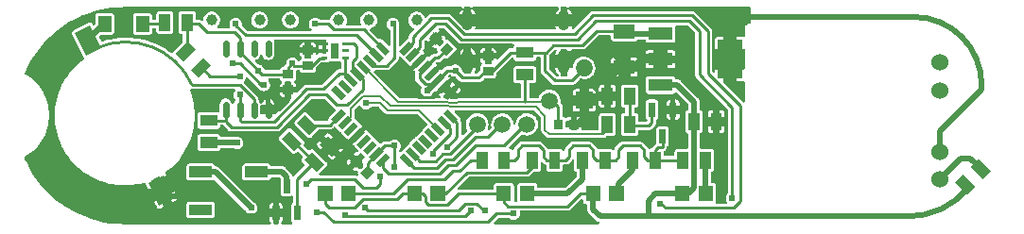
<source format=gbl>
G04 Layer: BottomLayer*
G04 EasyEDA v6.4.24, 2021-09-25T18:25:05+02:00*
G04 d15503250396465d85bfe37af418053a,f5a38c858c354eb5b90fd3f81420cce3,10*
G04 Gerber Generator version 0.2*
G04 Scale: 100 percent, Rotated: No, Reflected: No *
G04 Dimensions in millimeters *
G04 leading zeros omitted , absolute positions ,4 integer and 5 decimal *
%FSLAX45Y45*%
%MOMM*%

%ADD10C,0.2540*%
%ADD11C,0.5080*%
%ADD12C,0.1500*%
%ADD15C,0.6000*%
%ADD16C,0.6096*%
%ADD17C,1.5000*%
%ADD30C,1.0000*%
%ADD31C,1.5240*%
%ADD32R,1.5000X1.5000*%

%LPD*%
G36*
X2260955Y-590143D02*
G01*
X2256637Y-589178D01*
X2253132Y-586536D01*
X2251100Y-582625D01*
X2249830Y-577697D01*
X2245664Y-568858D01*
X2240076Y-560832D01*
X2233168Y-553923D01*
X2225141Y-548335D01*
X2216302Y-544169D01*
X2206853Y-541680D01*
X2198776Y-540969D01*
X2195322Y-540054D01*
X2192477Y-538022D01*
X2169769Y-515366D01*
X2167483Y-511809D01*
X2166823Y-507644D01*
X2167940Y-503529D01*
X2170582Y-500278D01*
X2174341Y-498348D01*
X2177999Y-497382D01*
X2186787Y-493268D01*
X2194763Y-487680D01*
X2201621Y-480872D01*
X2207158Y-472897D01*
X2211273Y-464108D01*
X2212695Y-458825D01*
X2214727Y-454914D01*
X2218182Y-452221D01*
X2222500Y-451256D01*
X2226818Y-452221D01*
X2230272Y-454914D01*
X2232304Y-458825D01*
X2233726Y-464108D01*
X2237841Y-472897D01*
X2243378Y-480872D01*
X2250236Y-487680D01*
X2258212Y-493268D01*
X2267000Y-497382D01*
X2276348Y-499872D01*
X2286000Y-500735D01*
X2295652Y-499872D01*
X2304999Y-497382D01*
X2313787Y-493268D01*
X2321763Y-487680D01*
X2328621Y-480872D01*
X2334158Y-472897D01*
X2338273Y-464108D01*
X2340762Y-454761D01*
X2341676Y-444652D01*
X2341676Y-353568D01*
X2340762Y-343458D01*
X2338273Y-334060D01*
X2337409Y-332232D01*
X2336444Y-328269D01*
X2337104Y-324256D01*
X2339289Y-320852D01*
X2342642Y-318566D01*
X2346604Y-317754D01*
X2727502Y-317754D01*
X2731262Y-318465D01*
X2734513Y-320548D01*
X2736748Y-323697D01*
X2737612Y-327456D01*
X2737053Y-331266D01*
X2735427Y-335889D01*
X2734818Y-341477D01*
X2767787Y-341477D01*
X2767787Y-327914D01*
X2768549Y-324002D01*
X2770784Y-320751D01*
X2774086Y-318516D01*
X2777947Y-317754D01*
X2797860Y-317754D01*
X2801721Y-318516D01*
X2805023Y-320751D01*
X2807208Y-324002D01*
X2808020Y-327914D01*
X2808020Y-341477D01*
X2814574Y-341477D01*
X2818485Y-342290D01*
X2821787Y-344474D01*
X2823972Y-347776D01*
X2824734Y-351637D01*
X2824734Y-356514D01*
X2823972Y-360426D01*
X2821787Y-363728D01*
X2818485Y-365912D01*
X2814574Y-366674D01*
X2808020Y-366674D01*
X2808020Y-406501D01*
X2814574Y-406501D01*
X2818485Y-407263D01*
X2821787Y-409498D01*
X2823972Y-412750D01*
X2824734Y-416661D01*
X2824734Y-421538D01*
X2823972Y-425450D01*
X2821787Y-428701D01*
X2818485Y-430936D01*
X2814574Y-431698D01*
X2808020Y-431698D01*
X2808020Y-435762D01*
X2807208Y-439674D01*
X2805023Y-442976D01*
X2801721Y-445160D01*
X2797860Y-445922D01*
X2777947Y-445770D01*
X2774086Y-444957D01*
X2770784Y-442772D01*
X2768549Y-439470D01*
X2767787Y-435609D01*
X2767787Y-431698D01*
X2734818Y-431698D01*
X2735529Y-437896D01*
X2735122Y-442061D01*
X2733090Y-445719D01*
X2729788Y-448208D01*
X2726740Y-449630D01*
X2722829Y-450596D01*
X2718816Y-449986D01*
X2715361Y-447801D01*
X2713075Y-444449D01*
X2712262Y-438962D01*
X2670454Y-438962D01*
X2670454Y-476758D01*
X2669692Y-480669D01*
X2667457Y-483971D01*
X2664155Y-486156D01*
X2660294Y-486918D01*
X2622905Y-486918D01*
X2619044Y-486156D01*
X2615742Y-483971D01*
X2613507Y-480669D01*
X2612745Y-476758D01*
X2612745Y-438962D01*
X2570937Y-438962D01*
X2570937Y-452018D01*
X2571648Y-458317D01*
X2573528Y-463702D01*
X2576576Y-468579D01*
X2580640Y-472592D01*
X2582875Y-474014D01*
X2585770Y-476808D01*
X2587396Y-480568D01*
X2587396Y-484632D01*
X2585770Y-488391D01*
X2582875Y-491185D01*
X2580640Y-492607D01*
X2576576Y-496620D01*
X2573528Y-501497D01*
X2571445Y-507441D01*
X2569311Y-510997D01*
X2565958Y-513384D01*
X2561082Y-514248D01*
X2557373Y-513537D01*
X2554122Y-511454D01*
X2551887Y-508406D01*
X2550464Y-505358D01*
X2544876Y-497332D01*
X2537968Y-490423D01*
X2529941Y-484835D01*
X2521102Y-480669D01*
X2511653Y-478180D01*
X2501900Y-477316D01*
X2492146Y-478180D01*
X2482697Y-480669D01*
X2473858Y-484835D01*
X2465832Y-490423D01*
X2458923Y-497332D01*
X2453335Y-505358D01*
X2449169Y-514197D01*
X2446680Y-523646D01*
X2445969Y-531723D01*
X2445054Y-535178D01*
X2443022Y-538022D01*
X2437028Y-544017D01*
X2431948Y-550214D01*
X2428087Y-557479D01*
X2426055Y-560070D01*
X2423363Y-561898D01*
X2420213Y-562813D01*
X2413101Y-563575D01*
X2407716Y-565454D01*
X2402840Y-568502D01*
X2398776Y-572566D01*
X2395728Y-577392D01*
X2393645Y-583336D01*
X2391511Y-586892D01*
X2388158Y-589280D01*
X2384094Y-590143D01*
G37*

%LPC*%
G36*
X2734818Y-406501D02*
G01*
X2767787Y-406501D01*
X2767787Y-366674D01*
X2734818Y-366674D01*
X2735427Y-372313D01*
X2737358Y-377698D01*
X2739542Y-381203D01*
X2740914Y-384708D01*
X2740914Y-388467D01*
X2739542Y-392023D01*
X2737358Y-395478D01*
X2735427Y-400913D01*
G37*
G36*
X2670454Y-386232D02*
G01*
X2712262Y-386232D01*
X2712262Y-373176D01*
X2711551Y-366928D01*
X2709672Y-361492D01*
X2706624Y-356666D01*
X2702560Y-352602D01*
X2697683Y-349554D01*
X2692298Y-347675D01*
X2686050Y-346964D01*
X2670454Y-346964D01*
G37*
G36*
X2570937Y-386232D02*
G01*
X2612745Y-386232D01*
X2612745Y-346964D01*
X2597150Y-346964D01*
X2590901Y-347675D01*
X2585516Y-349554D01*
X2580640Y-352602D01*
X2576576Y-356666D01*
X2573528Y-361492D01*
X2571648Y-366928D01*
X2570937Y-373176D01*
G37*

%LPD*%
G36*
X3468014Y-843127D02*
G01*
X3464153Y-842365D01*
X3460851Y-840181D01*
X3234588Y-613918D01*
X3232251Y-610362D01*
X3231642Y-606145D01*
X3232759Y-602081D01*
X3235452Y-598779D01*
X3239160Y-595833D01*
X3242157Y-594156D01*
X3245510Y-593598D01*
X3343148Y-593598D01*
X3351123Y-592836D01*
X3358286Y-590651D01*
X3364941Y-587095D01*
X3371138Y-582015D01*
X3443071Y-510082D01*
X3448151Y-503885D01*
X3451707Y-497281D01*
X3453841Y-490118D01*
X3454704Y-480974D01*
X3455771Y-477316D01*
X3458057Y-474268D01*
X3461359Y-472338D01*
X3465118Y-471728D01*
X3468827Y-472592D01*
X3471976Y-474726D01*
X3478580Y-481279D01*
X3483508Y-485241D01*
X3485794Y-486308D01*
X3488537Y-488289D01*
X3490518Y-491083D01*
X3491636Y-493318D01*
X3495548Y-498246D01*
X3534257Y-536956D01*
X3539185Y-540918D01*
X3542690Y-542594D01*
X3545433Y-544525D01*
X3547414Y-547319D01*
X3549091Y-550824D01*
X3553002Y-555752D01*
X3558032Y-560730D01*
X3594404Y-524357D01*
X3593134Y-520192D01*
X3593744Y-515874D01*
X3596081Y-512216D01*
X3635603Y-472744D01*
X3639261Y-470357D01*
X3643579Y-469798D01*
X3647694Y-471017D01*
X3684066Y-434644D01*
X3679088Y-429666D01*
X3675430Y-426720D01*
X3672840Y-423672D01*
X3671671Y-419862D01*
X3672027Y-415848D01*
X3673906Y-412343D01*
X3676751Y-408889D01*
X3680307Y-402285D01*
X3682492Y-395071D01*
X3683254Y-387096D01*
X3683254Y-337616D01*
X3684015Y-333705D01*
X3686251Y-330403D01*
X3691331Y-325323D01*
X3694887Y-322986D01*
X3699103Y-322376D01*
X3703167Y-323494D01*
X3706469Y-326186D01*
X3708044Y-328168D01*
X3717340Y-337413D01*
X3746855Y-307898D01*
X3735019Y-296011D01*
X3732784Y-292709D01*
X3732022Y-288798D01*
X3732784Y-284937D01*
X3735019Y-281635D01*
X3761435Y-255219D01*
X3764737Y-252984D01*
X3768598Y-252221D01*
X3772509Y-252984D01*
X3775811Y-255219D01*
X3787698Y-267055D01*
X3817213Y-237540D01*
X3813200Y-233476D01*
X3811015Y-230225D01*
X3810254Y-226314D01*
X3811015Y-222402D01*
X3813200Y-219151D01*
X3816502Y-216916D01*
X3820414Y-216154D01*
X3853383Y-216154D01*
X3857294Y-216916D01*
X3860596Y-219151D01*
X3985717Y-344271D01*
X3991914Y-349351D01*
X3998518Y-352907D01*
X4005732Y-355092D01*
X4013708Y-355854D01*
X4476089Y-355854D01*
X4480306Y-356768D01*
X4483760Y-359308D01*
X4485843Y-363067D01*
X4486148Y-367385D01*
X4482287Y-377647D01*
X4481474Y-385775D01*
X4480458Y-389382D01*
X4478223Y-392328D01*
X4475073Y-394309D01*
X4471365Y-394970D01*
X4456684Y-394970D01*
X4448708Y-395732D01*
X4441494Y-397916D01*
X4434890Y-401472D01*
X4428693Y-406552D01*
X4342485Y-492759D01*
X4339285Y-494944D01*
X4335424Y-495757D01*
X4331614Y-495046D01*
X4328312Y-492963D01*
X4326077Y-489762D01*
X4283354Y-489762D01*
X4283354Y-527558D01*
X4282592Y-531469D01*
X4280357Y-534771D01*
X4277055Y-536956D01*
X4273194Y-537718D01*
X4235805Y-537718D01*
X4231944Y-536956D01*
X4228642Y-534771D01*
X4226407Y-531469D01*
X4225645Y-527558D01*
X4225645Y-489762D01*
X4183837Y-489762D01*
X4183837Y-502818D01*
X4184548Y-509117D01*
X4186428Y-514502D01*
X4189476Y-519379D01*
X4193540Y-523392D01*
X4195724Y-524814D01*
X4198670Y-527608D01*
X4200296Y-531368D01*
X4200296Y-535432D01*
X4198670Y-539191D01*
X4195724Y-541985D01*
X4193540Y-543407D01*
X4189476Y-547420D01*
X4186428Y-552297D01*
X4184548Y-557682D01*
X4183837Y-563981D01*
X4183837Y-590296D01*
X4183075Y-594207D01*
X4180890Y-597509D01*
X4159300Y-619048D01*
X4155998Y-621284D01*
X4152087Y-622046D01*
X4142638Y-622046D01*
X4138472Y-621182D01*
X4135069Y-618693D01*
X4132986Y-615035D01*
X4132529Y-610819D01*
X4133850Y-606806D01*
X4136136Y-602792D01*
X4140250Y-592277D01*
X4142790Y-581253D01*
X4143349Y-573836D01*
X4099356Y-573836D01*
X4099356Y-611886D01*
X4098594Y-615797D01*
X4096359Y-619048D01*
X4093057Y-621284D01*
X4089196Y-622046D01*
X4046829Y-622046D01*
X4042918Y-621284D01*
X4039615Y-619048D01*
X4037431Y-615797D01*
X4036669Y-611886D01*
X4036669Y-573836D01*
X4019753Y-573836D01*
X4016552Y-573328D01*
X4013708Y-571855D01*
X4011422Y-569518D01*
X4005376Y-560832D01*
X3998468Y-553923D01*
X3990441Y-548335D01*
X3981602Y-544169D01*
X3972153Y-541680D01*
X3962400Y-540816D01*
X3952646Y-541680D01*
X3943197Y-544169D01*
X3934358Y-548335D01*
X3926332Y-553923D01*
X3924706Y-555548D01*
X3921404Y-557784D01*
X3917492Y-558546D01*
X3888689Y-558546D01*
X3880713Y-559308D01*
X3873550Y-561492D01*
X3866946Y-565048D01*
X3860749Y-570128D01*
X3847185Y-583692D01*
X3843578Y-586028D01*
X3839413Y-586689D01*
X3835298Y-585571D01*
X3832047Y-582879D01*
X3830980Y-581507D01*
X3826001Y-576529D01*
X3788816Y-613714D01*
X3789019Y-617118D01*
X3788105Y-620420D01*
X3786124Y-623214D01*
X3746601Y-662736D01*
X3743807Y-664718D01*
X3740505Y-665683D01*
X3737051Y-665429D01*
X3723690Y-678789D01*
X3720388Y-681024D01*
X3716528Y-681786D01*
X3711194Y-681786D01*
X3707333Y-681024D01*
X3704031Y-678789D01*
X3692296Y-667105D01*
X3690112Y-663803D01*
X3689350Y-659942D01*
X3690112Y-656031D01*
X3692296Y-652729D01*
X3707536Y-637489D01*
X3706266Y-633323D01*
X3706876Y-629056D01*
X3709212Y-625398D01*
X3748735Y-585876D01*
X3752392Y-583539D01*
X3756710Y-582930D01*
X3760876Y-584149D01*
X3797249Y-547776D01*
X3792270Y-542798D01*
X3788918Y-540156D01*
X3786225Y-536854D01*
X3785108Y-532739D01*
X3785768Y-528574D01*
X3788054Y-525018D01*
X3792423Y-521716D01*
X3796334Y-520954D01*
X3806951Y-520954D01*
X3814927Y-520192D01*
X3822141Y-518007D01*
X3828745Y-514451D01*
X3834942Y-509371D01*
X3855669Y-488594D01*
X3859174Y-486359D01*
X3863238Y-485648D01*
X3867302Y-486664D01*
X3872890Y-489356D01*
X3878478Y-490626D01*
X3884218Y-490626D01*
X3889806Y-489356D01*
X3894988Y-486867D01*
X3899915Y-482955D01*
X3962755Y-420116D01*
X3966667Y-415188D01*
X3969156Y-410006D01*
X3970426Y-404418D01*
X3970426Y-398678D01*
X3969156Y-393090D01*
X3966667Y-387959D01*
X3962755Y-383032D01*
X3906977Y-327253D01*
X3902049Y-323342D01*
X3896868Y-320852D01*
X3891279Y-319582D01*
X3885539Y-319582D01*
X3883050Y-320141D01*
X3878935Y-320243D01*
X3875176Y-318719D01*
X3872280Y-315823D01*
X3870756Y-312064D01*
X3870858Y-307949D01*
X3871417Y-305460D01*
X3871417Y-299720D01*
X3870147Y-294132D01*
X3867658Y-288950D01*
X3863746Y-284022D01*
X3854500Y-274777D01*
X3824935Y-304342D01*
X3851706Y-331063D01*
X3853891Y-334365D01*
X3854653Y-338277D01*
X3853891Y-342138D01*
X3851706Y-345440D01*
X3825240Y-371906D01*
X3821937Y-374091D01*
X3818077Y-374853D01*
X3814165Y-374091D01*
X3810863Y-371906D01*
X3784142Y-345135D01*
X3754577Y-374700D01*
X3763822Y-383946D01*
X3768750Y-387858D01*
X3773932Y-390347D01*
X3779520Y-391617D01*
X3785260Y-391617D01*
X3787749Y-391058D01*
X3791864Y-390956D01*
X3795623Y-392480D01*
X3798519Y-395376D01*
X3800043Y-399135D01*
X3799941Y-403250D01*
X3799382Y-405739D01*
X3799382Y-411480D01*
X3800652Y-417068D01*
X3803396Y-422808D01*
X3804412Y-426821D01*
X3803700Y-430936D01*
X3801414Y-434390D01*
X3794556Y-441248D01*
X3791254Y-443484D01*
X3787343Y-444246D01*
X3776726Y-444246D01*
X3768750Y-445008D01*
X3761536Y-447192D01*
X3754932Y-450748D01*
X3748735Y-455828D01*
X3734003Y-470560D01*
X3730447Y-472846D01*
X3726281Y-473506D01*
X3722166Y-472389D01*
X3718864Y-469696D01*
X3717798Y-468376D01*
X3712819Y-463397D01*
X3675634Y-500532D01*
X3675887Y-503986D01*
X3674922Y-507288D01*
X3672941Y-510082D01*
X3633419Y-549605D01*
X3630625Y-551586D01*
X3627323Y-552500D01*
X3623919Y-552297D01*
X3586734Y-589483D01*
X3591712Y-594461D01*
X3600399Y-600862D01*
X3602380Y-603859D01*
X3603193Y-607314D01*
X3601974Y-619048D01*
X3601974Y-668832D01*
X3602736Y-676808D01*
X3604920Y-684022D01*
X3608476Y-690626D01*
X3613556Y-696823D01*
X3655923Y-739190D01*
X3658158Y-742645D01*
X3658870Y-746658D01*
X3657955Y-750671D01*
X3655669Y-755497D01*
X3653180Y-764946D01*
X3652316Y-774700D01*
X3653180Y-784453D01*
X3655669Y-793902D01*
X3659835Y-802741D01*
X3665423Y-810768D01*
X3672332Y-817676D01*
X3684574Y-826058D01*
X3686606Y-829411D01*
X3687267Y-833221D01*
X3686454Y-837031D01*
X3684219Y-840282D01*
X3680968Y-842416D01*
X3677107Y-843127D01*
G37*

%LPC*%
G36*
X4099356Y-456133D02*
G01*
X4143349Y-456133D01*
X4142790Y-448716D01*
X4140250Y-437692D01*
X4136136Y-427177D01*
X4130497Y-417372D01*
X4123436Y-408533D01*
X4115155Y-400862D01*
X4105808Y-394512D01*
X4099356Y-391414D01*
G37*
G36*
X3992676Y-456133D02*
G01*
X4036669Y-456133D01*
X4036669Y-391414D01*
X4030167Y-394512D01*
X4020870Y-400862D01*
X4012590Y-408533D01*
X4005529Y-417372D01*
X3999890Y-427177D01*
X3995724Y-437692D01*
X3993235Y-448716D01*
G37*
G36*
X4183837Y-437083D02*
G01*
X4225645Y-437083D01*
X4225645Y-397764D01*
X4210050Y-397764D01*
X4203801Y-398475D01*
X4198416Y-400354D01*
X4193540Y-403402D01*
X4189476Y-407466D01*
X4186428Y-412292D01*
X4184548Y-417728D01*
X4183837Y-423976D01*
G37*
G36*
X4283354Y-437083D02*
G01*
X4325162Y-437083D01*
X4325162Y-423976D01*
X4324451Y-417728D01*
X4322572Y-412292D01*
X4319524Y-407466D01*
X4315460Y-403402D01*
X4310583Y-400354D01*
X4305198Y-398475D01*
X4298950Y-397764D01*
X4283354Y-397764D01*
G37*

%LPD*%
G36*
X2274824Y-1015746D02*
G01*
X2270912Y-1014984D01*
X2267610Y-1012748D01*
X2265426Y-1009497D01*
X2264664Y-1005586D01*
X2264664Y-991463D01*
X2224836Y-991463D01*
X2220925Y-990701D01*
X2217623Y-988466D01*
X2215438Y-985164D01*
X2214676Y-981303D01*
X2214676Y-912926D01*
X2215438Y-909015D01*
X2217623Y-905713D01*
X2220925Y-903528D01*
X2224836Y-902766D01*
X2264664Y-902766D01*
X2264664Y-849934D01*
X2258212Y-852932D01*
X2250236Y-858519D01*
X2243378Y-865327D01*
X2237841Y-873302D01*
X2233726Y-882091D01*
X2232304Y-887374D01*
X2230272Y-891286D01*
X2226818Y-893978D01*
X2222500Y-894943D01*
X2218182Y-893978D01*
X2214727Y-891286D01*
X2212695Y-887374D01*
X2211273Y-882091D01*
X2207158Y-873302D01*
X2201621Y-865327D01*
X2200351Y-864057D01*
X2198116Y-860806D01*
X2197354Y-856894D01*
X2197354Y-851408D01*
X2196592Y-843432D01*
X2194407Y-836218D01*
X2190851Y-829614D01*
X2185771Y-823417D01*
X2067712Y-705358D01*
X2065528Y-702106D01*
X2064766Y-698195D01*
X2065528Y-694283D01*
X2067712Y-691032D01*
X2074976Y-683768D01*
X2080564Y-675741D01*
X2084730Y-666902D01*
X2085746Y-662940D01*
X2087676Y-659180D01*
X2090978Y-656539D01*
X2095042Y-655421D01*
X2099208Y-656082D01*
X2102764Y-658418D01*
X2195017Y-750671D01*
X2201926Y-756361D01*
X2204923Y-759968D01*
X2211832Y-766876D01*
X2219858Y-772464D01*
X2228697Y-776630D01*
X2238146Y-779119D01*
X2247900Y-779983D01*
X2257653Y-779119D01*
X2267102Y-776630D01*
X2275941Y-772464D01*
X2283968Y-766876D01*
X2290876Y-759968D01*
X2296464Y-751941D01*
X2300630Y-743102D01*
X2303119Y-733653D01*
X2303983Y-723900D01*
X2303119Y-714146D01*
X2300630Y-704697D01*
X2296464Y-695858D01*
X2290876Y-687832D01*
X2287219Y-684174D01*
X2285034Y-680923D01*
X2284272Y-677011D01*
X2285034Y-673100D01*
X2287219Y-669848D01*
X2290521Y-667613D01*
X2294432Y-666851D01*
X2384094Y-666851D01*
X2388158Y-667715D01*
X2391511Y-670102D01*
X2393645Y-673658D01*
X2395728Y-679602D01*
X2398776Y-684479D01*
X2402840Y-688492D01*
X2405075Y-689914D01*
X2407970Y-692708D01*
X2409596Y-696468D01*
X2409596Y-700532D01*
X2407970Y-704291D01*
X2405075Y-707085D01*
X2402840Y-708507D01*
X2398776Y-712520D01*
X2395728Y-717397D01*
X2393848Y-722782D01*
X2393137Y-729081D01*
X2393137Y-742137D01*
X2434945Y-742137D01*
X2434945Y-704342D01*
X2435707Y-700430D01*
X2437942Y-697128D01*
X2441244Y-694944D01*
X2445105Y-694182D01*
X2482494Y-694182D01*
X2486355Y-694944D01*
X2489657Y-697128D01*
X2491892Y-700430D01*
X2492654Y-704342D01*
X2492654Y-742137D01*
X2534462Y-742137D01*
X2534462Y-729081D01*
X2533751Y-722782D01*
X2531872Y-717397D01*
X2528824Y-712520D01*
X2524760Y-708507D01*
X2522575Y-707085D01*
X2519629Y-704291D01*
X2518003Y-700532D01*
X2518003Y-696468D01*
X2519629Y-692708D01*
X2522575Y-689914D01*
X2524760Y-688492D01*
X2528824Y-684479D01*
X2531872Y-679602D01*
X2533751Y-674217D01*
X2534462Y-667918D01*
X2534462Y-601116D01*
X2535224Y-597204D01*
X2537409Y-593953D01*
X2540711Y-591718D01*
X2544622Y-590956D01*
X2561894Y-590956D01*
X2565958Y-591820D01*
X2569311Y-594207D01*
X2571445Y-597763D01*
X2573528Y-603707D01*
X2576576Y-608533D01*
X2580640Y-612597D01*
X2585516Y-615645D01*
X2590901Y-617524D01*
X2597150Y-618236D01*
X2686050Y-618236D01*
X2692298Y-617524D01*
X2697683Y-615645D01*
X2702560Y-612597D01*
X2706624Y-608533D01*
X2709672Y-603707D01*
X2711551Y-598271D01*
X2712262Y-592023D01*
X2712262Y-573481D01*
X2713024Y-569620D01*
X2715209Y-566318D01*
X2756103Y-525424D01*
X2759405Y-523240D01*
X2763316Y-522478D01*
X2787396Y-522478D01*
X2789885Y-522274D01*
X2814828Y-522274D01*
X2821076Y-521563D01*
X2826512Y-519633D01*
X2831338Y-516585D01*
X2834030Y-513892D01*
X2837180Y-511809D01*
X2840837Y-510946D01*
X2850946Y-512267D01*
X2914853Y-512267D01*
X2924962Y-510946D01*
X2928620Y-511809D01*
X2931769Y-513892D01*
X2937306Y-519074D01*
X2938983Y-522071D01*
X2939542Y-525424D01*
X2939542Y-573786D01*
X2938780Y-577697D01*
X2936544Y-580948D01*
X2933293Y-583184D01*
X2929382Y-583946D01*
X2921508Y-583946D01*
X2913532Y-584708D01*
X2906318Y-586892D01*
X2899714Y-590448D01*
X2893517Y-595528D01*
X2768396Y-720648D01*
X2765094Y-722884D01*
X2761183Y-723646D01*
X2629408Y-723646D01*
X2621432Y-724408D01*
X2614218Y-726592D01*
X2607614Y-730148D01*
X2601417Y-735228D01*
X2544775Y-791870D01*
X2541473Y-794054D01*
X2537612Y-794867D01*
X2492654Y-794867D01*
X2492654Y-839825D01*
X2491892Y-843686D01*
X2489657Y-846988D01*
X2348179Y-988466D01*
X2344877Y-990701D01*
X2341016Y-991463D01*
X2307336Y-991463D01*
X2307336Y-1005586D01*
X2306574Y-1009497D01*
X2304389Y-1012748D01*
X2301087Y-1014984D01*
X2297176Y-1015746D01*
G37*

%LPC*%
G36*
X2307336Y-902766D02*
G01*
X2341676Y-902766D01*
X2340762Y-891438D01*
X2338273Y-882091D01*
X2334158Y-873302D01*
X2328621Y-865327D01*
X2321763Y-858519D01*
X2313787Y-852932D01*
X2307336Y-849934D01*
G37*
G36*
X2419350Y-834136D02*
G01*
X2434945Y-834136D01*
X2434945Y-794867D01*
X2393137Y-794867D01*
X2393137Y-807923D01*
X2393848Y-814171D01*
X2395728Y-819607D01*
X2398776Y-824433D01*
X2402840Y-828497D01*
X2407716Y-831545D01*
X2413101Y-833424D01*
G37*

%LPD*%
G36*
X4495800Y-1777746D02*
G01*
X4491939Y-1776984D01*
X4488637Y-1774748D01*
X4486402Y-1771497D01*
X4485640Y-1767586D01*
X4485640Y-1630578D01*
X4484928Y-1624330D01*
X4483049Y-1618894D01*
X4480001Y-1614068D01*
X4475937Y-1610004D01*
X4471111Y-1606956D01*
X4465675Y-1605076D01*
X4459427Y-1604365D01*
X4330496Y-1604365D01*
X4324248Y-1605076D01*
X4318863Y-1606956D01*
X4313986Y-1610004D01*
X4309922Y-1614068D01*
X4306874Y-1618894D01*
X4304995Y-1624330D01*
X4304284Y-1630578D01*
X4304284Y-1651507D01*
X4303522Y-1655419D01*
X4301337Y-1658670D01*
X4298035Y-1660906D01*
X4294124Y-1661668D01*
X3992422Y-1661668D01*
X3988511Y-1660906D01*
X3985209Y-1658670D01*
X3983024Y-1655419D01*
X3982262Y-1651507D01*
X3983024Y-1647596D01*
X3985209Y-1644345D01*
X4076903Y-1552651D01*
X4080205Y-1550416D01*
X4084116Y-1549654D01*
X4596892Y-1549654D01*
X4604867Y-1548892D01*
X4612081Y-1546707D01*
X4618685Y-1543151D01*
X4624882Y-1538071D01*
X4656836Y-1506118D01*
X4660087Y-1503934D01*
X4663998Y-1503172D01*
X4699406Y-1503172D01*
X4705705Y-1502460D01*
X4711090Y-1500581D01*
X4715967Y-1497482D01*
X4720031Y-1493469D01*
X4723079Y-1488592D01*
X4724958Y-1483207D01*
X4725670Y-1476908D01*
X4725670Y-1426210D01*
X4726432Y-1422349D01*
X4728616Y-1419047D01*
X4731918Y-1416862D01*
X4735830Y-1416050D01*
X4739690Y-1416862D01*
X4742992Y-1419047D01*
X4750765Y-1426819D01*
X4756962Y-1431899D01*
X4763566Y-1435455D01*
X4767122Y-1436522D01*
X4770882Y-1438605D01*
X4773422Y-1442059D01*
X4774336Y-1446225D01*
X4774336Y-1476908D01*
X4775047Y-1483207D01*
X4776927Y-1488592D01*
X4779975Y-1493469D01*
X4784039Y-1497482D01*
X4788916Y-1500581D01*
X4794300Y-1502460D01*
X4800549Y-1503172D01*
X4899406Y-1503172D01*
X4905705Y-1502460D01*
X4911090Y-1500581D01*
X4915966Y-1497482D01*
X4920030Y-1493469D01*
X4923078Y-1488592D01*
X4924958Y-1483207D01*
X4925669Y-1476908D01*
X4925669Y-1448562D01*
X4926431Y-1444650D01*
X4928616Y-1441399D01*
X4931918Y-1439164D01*
X4935829Y-1438402D01*
X4949444Y-1438402D01*
X4957419Y-1437640D01*
X4964633Y-1435455D01*
X4971237Y-1431899D01*
X4977434Y-1426819D01*
X5005171Y-1399082D01*
X5006340Y-1397660D01*
X5009540Y-1395069D01*
X5013502Y-1393952D01*
X5017617Y-1394510D01*
X5021122Y-1396695D01*
X5023510Y-1400048D01*
X5024323Y-1404112D01*
X5024323Y-1476908D01*
X5025034Y-1483207D01*
X5026964Y-1488592D01*
X5030012Y-1493469D01*
X5034026Y-1497482D01*
X5038902Y-1500581D01*
X5042204Y-1501698D01*
X5045760Y-1503832D01*
X5048148Y-1507236D01*
X5049012Y-1511300D01*
X5049012Y-1542084D01*
X5048250Y-1545945D01*
X5046014Y-1549247D01*
X4949291Y-1645970D01*
X4945989Y-1648206D01*
X4942128Y-1648968D01*
X4705858Y-1648968D01*
X4701997Y-1648206D01*
X4698695Y-1645970D01*
X4696460Y-1642719D01*
X4695698Y-1638807D01*
X4695698Y-1630578D01*
X4694986Y-1624330D01*
X4693107Y-1618894D01*
X4690059Y-1614068D01*
X4685995Y-1610004D01*
X4681169Y-1606956D01*
X4675733Y-1605076D01*
X4669485Y-1604365D01*
X4540554Y-1604365D01*
X4534306Y-1605076D01*
X4528921Y-1606956D01*
X4524044Y-1610004D01*
X4519980Y-1614068D01*
X4516932Y-1618894D01*
X4515053Y-1624330D01*
X4514342Y-1630578D01*
X4514342Y-1767586D01*
X4513580Y-1771497D01*
X4511395Y-1774748D01*
X4508093Y-1776984D01*
X4504182Y-1777746D01*
G37*

%LPD*%
G36*
X6304127Y-1790446D02*
G01*
X6300368Y-1789734D01*
X6297117Y-1787652D01*
X6294882Y-1784502D01*
X6294018Y-1780743D01*
X6294983Y-1775663D01*
X6295694Y-1769414D01*
X6295694Y-1630578D01*
X6294983Y-1624330D01*
X6293104Y-1618894D01*
X6290056Y-1614068D01*
X6285992Y-1610004D01*
X6281166Y-1606956D01*
X6275730Y-1605076D01*
X6269482Y-1604365D01*
X6261201Y-1604365D01*
X6257340Y-1603603D01*
X6254038Y-1601368D01*
X6251803Y-1598117D01*
X6251041Y-1594205D01*
X6251041Y-1511300D01*
X6251905Y-1507236D01*
X6254292Y-1503832D01*
X6257848Y-1501698D01*
X6261100Y-1500581D01*
X6265976Y-1497482D01*
X6269990Y-1493469D01*
X6273038Y-1488592D01*
X6274968Y-1483207D01*
X6275679Y-1476908D01*
X6275679Y-1323086D01*
X6274968Y-1316786D01*
X6273038Y-1311402D01*
X6269990Y-1306525D01*
X6265976Y-1302512D01*
X6261100Y-1299464D01*
X6255715Y-1297533D01*
X6249416Y-1296822D01*
X6158077Y-1296822D01*
X6154166Y-1296060D01*
X6150864Y-1293876D01*
X6148679Y-1290574D01*
X6147917Y-1286662D01*
X6148171Y-1165504D01*
X6149035Y-1161440D01*
X6151473Y-1158087D01*
X6154978Y-1155954D01*
X6158687Y-1154633D01*
X6163564Y-1151585D01*
X6167628Y-1147572D01*
X6170676Y-1142695D01*
X6172555Y-1137310D01*
X6173266Y-1131011D01*
X6173266Y-977188D01*
X6172555Y-970889D01*
X6170676Y-965504D01*
X6167628Y-960628D01*
X6163564Y-956614D01*
X6158687Y-953566D01*
X6155385Y-952398D01*
X6151829Y-950264D01*
X6149441Y-946861D01*
X6148578Y-942797D01*
X6148578Y-878027D01*
X6148374Y-873353D01*
X6147816Y-868984D01*
X6146850Y-864616D01*
X6145479Y-860348D01*
X6143802Y-856234D01*
X6141720Y-852322D01*
X6139332Y-848563D01*
X6136640Y-845007D01*
X6133490Y-841552D01*
X5981141Y-689203D01*
X5977686Y-686054D01*
X5974130Y-683361D01*
X5970371Y-680974D01*
X5966460Y-678891D01*
X5962345Y-677214D01*
X5958078Y-675843D01*
X5953709Y-674878D01*
X5949391Y-674319D01*
X5941568Y-674116D01*
X5938012Y-673354D01*
X5934964Y-671423D01*
X5932779Y-668578D01*
X5929833Y-659434D01*
X5926785Y-654608D01*
X5922721Y-650544D01*
X5917895Y-647496D01*
X5912459Y-645617D01*
X5906211Y-644906D01*
X5691428Y-644906D01*
X5685180Y-645617D01*
X5679744Y-647496D01*
X5674918Y-650544D01*
X5670854Y-654608D01*
X5667806Y-659434D01*
X5665927Y-664870D01*
X5665216Y-671118D01*
X5665216Y-779221D01*
X5665927Y-785469D01*
X5667806Y-790905D01*
X5670854Y-795731D01*
X5674918Y-799795D01*
X5679744Y-802843D01*
X5685180Y-804722D01*
X5691428Y-805434D01*
X5906211Y-805434D01*
X5912459Y-804722D01*
X5917895Y-802843D01*
X5922670Y-799795D01*
X5927699Y-794715D01*
X5931001Y-792480D01*
X5934913Y-791667D01*
X5938824Y-792429D01*
X5942126Y-794613D01*
X6043472Y-896010D01*
X6045708Y-899312D01*
X6046470Y-903173D01*
X6046470Y-942848D01*
X6045606Y-946912D01*
X6043218Y-950315D01*
X6039662Y-952449D01*
X6036513Y-953566D01*
X6031636Y-956614D01*
X6027572Y-960628D01*
X6024524Y-965504D01*
X6022644Y-970889D01*
X6021933Y-977188D01*
X6021933Y-1131011D01*
X6022644Y-1137310D01*
X6024524Y-1142695D01*
X6027572Y-1147572D01*
X6031636Y-1151585D01*
X6036513Y-1154633D01*
X6039307Y-1155649D01*
X6042863Y-1157782D01*
X6045250Y-1161186D01*
X6046063Y-1165250D01*
X6045809Y-1286713D01*
X6045047Y-1290574D01*
X6042812Y-1293876D01*
X6039510Y-1296060D01*
X6035649Y-1296822D01*
X5950559Y-1296822D01*
X5944311Y-1297533D01*
X5938875Y-1299464D01*
X5934049Y-1302512D01*
X5929985Y-1306525D01*
X5926937Y-1311402D01*
X5925058Y-1316786D01*
X5924346Y-1323086D01*
X5924346Y-1351483D01*
X5923584Y-1355394D01*
X5921349Y-1358696D01*
X5918098Y-1360881D01*
X5914186Y-1361643D01*
X5835802Y-1361643D01*
X5831941Y-1360881D01*
X5828639Y-1358696D01*
X5826404Y-1355394D01*
X5825642Y-1351483D01*
X5825642Y-1327150D01*
X5826302Y-1323594D01*
X5828182Y-1320495D01*
X5831027Y-1318209D01*
X5837885Y-1314551D01*
X5843676Y-1309776D01*
X5848451Y-1303985D01*
X5852007Y-1297381D01*
X5854141Y-1290218D01*
X5855004Y-1281277D01*
X5855766Y-1278280D01*
X5857392Y-1275638D01*
X5859729Y-1273606D01*
X5862574Y-1271828D01*
X5866587Y-1267764D01*
X5869635Y-1262888D01*
X5871565Y-1257503D01*
X5872276Y-1251254D01*
X5872276Y-1122375D01*
X5871565Y-1116126D01*
X5869635Y-1110691D01*
X5866587Y-1105865D01*
X5862574Y-1101801D01*
X5857697Y-1098753D01*
X5852312Y-1096873D01*
X5846013Y-1096162D01*
X5787186Y-1096162D01*
X5780887Y-1096873D01*
X5775502Y-1098753D01*
X5770626Y-1101801D01*
X5766612Y-1105865D01*
X5763564Y-1110691D01*
X5761634Y-1116126D01*
X5760923Y-1122375D01*
X5760923Y-1242974D01*
X5759958Y-1247343D01*
X5757214Y-1250848D01*
X5751017Y-1255928D01*
X5723229Y-1283716D01*
X5718149Y-1289913D01*
X5715050Y-1294333D01*
X5711952Y-1296212D01*
X5708345Y-1296822D01*
X5700572Y-1296822D01*
X5696254Y-1297330D01*
X5692241Y-1296974D01*
X5688685Y-1295146D01*
X5686145Y-1292047D01*
X5683351Y-1286814D01*
X5678271Y-1280617D01*
X5640882Y-1243228D01*
X5634685Y-1238148D01*
X5628081Y-1234592D01*
X5620867Y-1232408D01*
X5612892Y-1231646D01*
X5461508Y-1231646D01*
X5453532Y-1232408D01*
X5446318Y-1234592D01*
X5439714Y-1238148D01*
X5433517Y-1243228D01*
X5396128Y-1280617D01*
X5391048Y-1286814D01*
X5387492Y-1293418D01*
X5385308Y-1300683D01*
X5383326Y-1304340D01*
X5380024Y-1306880D01*
X5375960Y-1307896D01*
X5371896Y-1307236D01*
X5368391Y-1304950D01*
X5365953Y-1302512D01*
X5361127Y-1299464D01*
X5355691Y-1297533D01*
X5349443Y-1296822D01*
X5250586Y-1296822D01*
X5244287Y-1297533D01*
X5242052Y-1298346D01*
X5238546Y-1298905D01*
X5234990Y-1298194D01*
X5231942Y-1296365D01*
X5229758Y-1293520D01*
X5226151Y-1286814D01*
X5221071Y-1280617D01*
X5183682Y-1243228D01*
X5177485Y-1238148D01*
X5170881Y-1234592D01*
X5163667Y-1232408D01*
X5155692Y-1231646D01*
X5017008Y-1231646D01*
X5009032Y-1232408D01*
X5001818Y-1234592D01*
X4995214Y-1238148D01*
X4989017Y-1243228D01*
X4951628Y-1280617D01*
X4946548Y-1286814D01*
X4942992Y-1293418D01*
X4940808Y-1300632D01*
X4940401Y-1304848D01*
X4939182Y-1308811D01*
X4936439Y-1311960D01*
X4932629Y-1313738D01*
X4928463Y-1313840D01*
X4924602Y-1312265D01*
X4921707Y-1309268D01*
X4920030Y-1306525D01*
X4915966Y-1302512D01*
X4911090Y-1299464D01*
X4905705Y-1297533D01*
X4899406Y-1296822D01*
X4800549Y-1296822D01*
X4794605Y-1297533D01*
X4790643Y-1297178D01*
X4787087Y-1295298D01*
X4784547Y-1292199D01*
X4781651Y-1286814D01*
X4776571Y-1280617D01*
X4739182Y-1243228D01*
X4732985Y-1238148D01*
X4726381Y-1234592D01*
X4719167Y-1232408D01*
X4711192Y-1231646D01*
X4559808Y-1231646D01*
X4551832Y-1232408D01*
X4544618Y-1234592D01*
X4538014Y-1238148D01*
X4531817Y-1243228D01*
X4494428Y-1280617D01*
X4489348Y-1286814D01*
X4485792Y-1293418D01*
X4484014Y-1299413D01*
X4481982Y-1303070D01*
X4478731Y-1305610D01*
X4474667Y-1306626D01*
X4470603Y-1305915D01*
X4467098Y-1303629D01*
X4465929Y-1302512D01*
X4461103Y-1299464D01*
X4455718Y-1297584D01*
X4448403Y-1296771D01*
X4444746Y-1295704D01*
X4441799Y-1293368D01*
X4439869Y-1290066D01*
X4439310Y-1286306D01*
X4440123Y-1282649D01*
X4442256Y-1279499D01*
X4549343Y-1172514D01*
X4552594Y-1170381D01*
X4556353Y-1169568D01*
X4560214Y-1170228D01*
X4571796Y-1174699D01*
X4584852Y-1177848D01*
X4598263Y-1179169D01*
X4611674Y-1178712D01*
X4624933Y-1176477D01*
X4637786Y-1172514D01*
X4649978Y-1166825D01*
X4661306Y-1159611D01*
X4671568Y-1150924D01*
X4680559Y-1140968D01*
X4688179Y-1129893D01*
X4694224Y-1117904D01*
X4698644Y-1105204D01*
X4701336Y-1091996D01*
X4702251Y-1078585D01*
X4701336Y-1065174D01*
X4698644Y-1052017D01*
X4694224Y-1039317D01*
X4688179Y-1027328D01*
X4680559Y-1016253D01*
X4671568Y-1006246D01*
X4661306Y-997610D01*
X4649978Y-990346D01*
X4637786Y-984707D01*
X4624933Y-980694D01*
X4611674Y-978458D01*
X4598263Y-978001D01*
X4584852Y-979373D01*
X4571796Y-982471D01*
X4559249Y-987298D01*
X4547463Y-993800D01*
X4536643Y-1001776D01*
X4526991Y-1011123D01*
X4518660Y-1021638D01*
X4511802Y-1033221D01*
X4506518Y-1045616D01*
X4502962Y-1058570D01*
X4501591Y-1068933D01*
X4500168Y-1072896D01*
X4497222Y-1075944D01*
X4493310Y-1077569D01*
X4489094Y-1077417D01*
X4485284Y-1075537D01*
X4482541Y-1072286D01*
X4481372Y-1068222D01*
X4481220Y-1066088D01*
X4478578Y-1052880D01*
X4474159Y-1040180D01*
X4468114Y-1028192D01*
X4460494Y-1017117D01*
X4451451Y-1007160D01*
X4441190Y-998474D01*
X4429861Y-991260D01*
X4417669Y-985570D01*
X4404817Y-981608D01*
X4391558Y-979373D01*
X4378147Y-978916D01*
X4364786Y-980236D01*
X4351680Y-983386D01*
X4339132Y-988212D01*
X4327347Y-994664D01*
X4316526Y-1002639D01*
X4306874Y-1011986D01*
X4298543Y-1022553D01*
X4291685Y-1034084D01*
X4286453Y-1046480D01*
X4282897Y-1059434D01*
X4281119Y-1072743D01*
X4281119Y-1086205D01*
X4282897Y-1099515D01*
X4283811Y-1102969D01*
X4284167Y-1106525D01*
X4283252Y-1109929D01*
X4281220Y-1112824D01*
X4266336Y-1127709D01*
X4263136Y-1129893D01*
X4259326Y-1130655D01*
X4255516Y-1129995D01*
X4252214Y-1127963D01*
X4249978Y-1124813D01*
X4249013Y-1121054D01*
X4249572Y-1117193D01*
X4254144Y-1103985D01*
X4256836Y-1090828D01*
X4257751Y-1077417D01*
X4256836Y-1064006D01*
X4254144Y-1050798D01*
X4249724Y-1038098D01*
X4243679Y-1026109D01*
X4236059Y-1015034D01*
X4227068Y-1005078D01*
X4216806Y-996391D01*
X4205478Y-989126D01*
X4193286Y-983487D01*
X4180433Y-979525D01*
X4167174Y-977290D01*
X4153763Y-976833D01*
X4140352Y-978153D01*
X4127296Y-981303D01*
X4114749Y-986129D01*
X4102963Y-992581D01*
X4092143Y-1000556D01*
X4082491Y-1009903D01*
X4074160Y-1020470D01*
X4067301Y-1032002D01*
X4062018Y-1044397D01*
X4058462Y-1057351D01*
X4056684Y-1070660D01*
X4056684Y-1084122D01*
X4058462Y-1097432D01*
X4062018Y-1110386D01*
X4067301Y-1122781D01*
X4068267Y-1124458D01*
X4069638Y-1128674D01*
X4069079Y-1133094D01*
X4066743Y-1136853D01*
X4030776Y-1172768D01*
X4027525Y-1174953D01*
X4023614Y-1175715D01*
X4019702Y-1174953D01*
X4016451Y-1172768D01*
X4014215Y-1169466D01*
X4013454Y-1165555D01*
X4013454Y-1064158D01*
X4012692Y-1056182D01*
X4010507Y-1049020D01*
X4007764Y-1043940D01*
X4006646Y-1040485D01*
X4006799Y-1036878D01*
X4007510Y-1033983D01*
X4007510Y-1028242D01*
X4006189Y-1022654D01*
X4003700Y-1017473D01*
X3999788Y-1012545D01*
X3957929Y-970737D01*
X3955745Y-967384D01*
X3954983Y-963421D01*
X3955796Y-959510D01*
X3958082Y-956208D01*
X3961434Y-954074D01*
X3965397Y-953363D01*
X4047794Y-955700D01*
X4663795Y-955700D01*
X4667656Y-956462D01*
X4670958Y-958646D01*
X4726381Y-1014069D01*
X4728565Y-1017371D01*
X4729327Y-1021232D01*
X4729327Y-1129792D01*
X4730140Y-1137158D01*
X4732274Y-1143762D01*
X4735779Y-1149858D01*
X4739335Y-1154023D01*
X4776774Y-1191463D01*
X4782566Y-1196136D01*
X4788763Y-1199286D01*
X4795570Y-1201115D01*
X4801006Y-1201572D01*
X5282692Y-1201572D01*
X5290058Y-1200759D01*
X5296662Y-1198626D01*
X5302758Y-1195120D01*
X5306923Y-1191564D01*
X5312867Y-1185621D01*
X5316169Y-1183436D01*
X5320030Y-1182674D01*
X5372354Y-1182674D01*
X5378602Y-1181963D01*
X5383987Y-1180033D01*
X5388864Y-1176985D01*
X5392928Y-1172972D01*
X5395976Y-1168095D01*
X5397855Y-1162710D01*
X5398566Y-1156411D01*
X5398566Y-1002588D01*
X5397855Y-996289D01*
X5395976Y-990904D01*
X5392928Y-986028D01*
X5388864Y-982014D01*
X5383987Y-978966D01*
X5378602Y-977036D01*
X5372354Y-976325D01*
X5273446Y-976325D01*
X5267198Y-977036D01*
X5261813Y-978966D01*
X5256936Y-982014D01*
X5252872Y-986028D01*
X5249824Y-990904D01*
X5247944Y-996289D01*
X5247233Y-1002588D01*
X5247233Y-1125067D01*
X5246471Y-1128979D01*
X5244287Y-1132281D01*
X5240985Y-1134465D01*
X5237073Y-1135227D01*
X5098745Y-1135227D01*
X5094579Y-1134364D01*
X5091176Y-1131874D01*
X5089042Y-1128166D01*
X5088636Y-1123950D01*
X5088636Y-1108354D01*
X5049367Y-1108354D01*
X5049367Y-1125067D01*
X5048554Y-1128979D01*
X5046370Y-1132281D01*
X5043068Y-1134465D01*
X5039207Y-1135227D01*
X5006797Y-1135227D01*
X5002936Y-1134465D01*
X4999634Y-1132281D01*
X4997399Y-1128979D01*
X4996637Y-1125067D01*
X4996637Y-1108354D01*
X4958842Y-1108354D01*
X4954930Y-1107592D01*
X4951628Y-1105357D01*
X4949444Y-1102055D01*
X4948682Y-1098194D01*
X4948682Y-1060805D01*
X4949444Y-1056944D01*
X4951628Y-1053642D01*
X4954930Y-1051407D01*
X4958842Y-1050645D01*
X4996637Y-1050645D01*
X4996637Y-1008837D01*
X4983581Y-1008837D01*
X4977282Y-1009548D01*
X4971897Y-1011428D01*
X4967020Y-1014476D01*
X4963007Y-1018540D01*
X4961585Y-1020724D01*
X4958791Y-1023670D01*
X4955032Y-1025296D01*
X4950968Y-1025296D01*
X4947208Y-1023670D01*
X4944414Y-1020724D01*
X4942992Y-1018540D01*
X4938979Y-1014476D01*
X4934102Y-1011428D01*
X4928158Y-1009345D01*
X4924602Y-1007211D01*
X4922215Y-1003858D01*
X4921351Y-999794D01*
X4921351Y-920800D01*
X4920589Y-912825D01*
X4918405Y-905662D01*
X4914849Y-899058D01*
X4909769Y-892860D01*
X4905654Y-888746D01*
X4903724Y-886053D01*
X4902758Y-882853D01*
X4903825Y-865886D01*
X4902911Y-852474D01*
X4900269Y-839317D01*
X4895850Y-826617D01*
X4889804Y-814628D01*
X4882184Y-803554D01*
X4873142Y-793546D01*
X4862880Y-784910D01*
X4851552Y-777646D01*
X4839360Y-772007D01*
X4826508Y-767994D01*
X4813249Y-765759D01*
X4799838Y-765302D01*
X4786477Y-766673D01*
X4773371Y-769772D01*
X4760823Y-774598D01*
X4749038Y-781100D01*
X4738217Y-789076D01*
X4728565Y-798423D01*
X4720234Y-808939D01*
X4713376Y-820521D01*
X4708144Y-832916D01*
X4707382Y-835660D01*
X4705350Y-839520D01*
X4701844Y-842213D01*
X4697577Y-843127D01*
X4633214Y-843127D01*
X4629302Y-842365D01*
X4626051Y-840181D01*
X4623816Y-836879D01*
X4623054Y-832967D01*
X4623054Y-719226D01*
X4623816Y-715314D01*
X4626051Y-712012D01*
X4629302Y-709828D01*
X4633214Y-709066D01*
X4661611Y-709066D01*
X4667910Y-708355D01*
X4673295Y-706475D01*
X4678172Y-703427D01*
X4682185Y-699363D01*
X4685233Y-694486D01*
X4687163Y-689102D01*
X4687874Y-682853D01*
X4687874Y-583946D01*
X4687163Y-577697D01*
X4685233Y-572312D01*
X4682185Y-567436D01*
X4678172Y-563372D01*
X4673295Y-560324D01*
X4667910Y-558444D01*
X4661611Y-557733D01*
X4507788Y-557733D01*
X4501489Y-558444D01*
X4496104Y-560324D01*
X4491228Y-563372D01*
X4487214Y-567436D01*
X4484166Y-572312D01*
X4482236Y-577697D01*
X4481525Y-583946D01*
X4481525Y-682853D01*
X4482236Y-689102D01*
X4484166Y-694486D01*
X4487214Y-699363D01*
X4491228Y-703427D01*
X4496104Y-706475D01*
X4501489Y-708355D01*
X4507788Y-709066D01*
X4536186Y-709066D01*
X4540097Y-709828D01*
X4543348Y-712012D01*
X4545584Y-715314D01*
X4546346Y-719226D01*
X4546346Y-832967D01*
X4545584Y-836879D01*
X4543348Y-840181D01*
X4540097Y-842365D01*
X4536186Y-843127D01*
X4014724Y-843127D01*
X4007307Y-843889D01*
X3950106Y-855116D01*
X3946906Y-855218D01*
X3925011Y-852525D01*
X3921810Y-851560D01*
X3919067Y-849579D01*
X3904843Y-835355D01*
X3895344Y-844854D01*
X3892854Y-846632D01*
X3889959Y-847648D01*
X3886911Y-847750D01*
X3861358Y-844550D01*
X3857091Y-843026D01*
X3853942Y-839825D01*
X3852519Y-835558D01*
X3853027Y-831087D01*
X3855415Y-827278D01*
X3876090Y-806602D01*
X3849166Y-779678D01*
X3813048Y-815746D01*
X3818026Y-820724D01*
X3823411Y-825042D01*
X3826052Y-828243D01*
X3827221Y-832205D01*
X3826662Y-836320D01*
X3824528Y-839876D01*
X3821125Y-842314D01*
X3817061Y-843127D01*
X3739692Y-843127D01*
X3735832Y-842416D01*
X3732580Y-840282D01*
X3730345Y-837031D01*
X3729532Y-833221D01*
X3730193Y-829411D01*
X3732225Y-826058D01*
X3744468Y-817676D01*
X3751376Y-810768D01*
X3756964Y-802741D01*
X3760114Y-796086D01*
X3762095Y-793191D01*
X3769106Y-786180D01*
X3772408Y-783996D01*
X3776268Y-783234D01*
X3780180Y-783996D01*
X3784295Y-787044D01*
X3820668Y-750671D01*
X3819448Y-746506D01*
X3820058Y-742188D01*
X3822395Y-738530D01*
X3861917Y-699008D01*
X3865575Y-696671D01*
X3869842Y-696061D01*
X3874008Y-697331D01*
X3910380Y-660958D01*
X3905402Y-655980D01*
X3902151Y-653338D01*
X3899509Y-650138D01*
X3898341Y-646176D01*
X3898900Y-642061D01*
X3901033Y-638505D01*
X3904437Y-636117D01*
X3908501Y-635254D01*
X3917492Y-635254D01*
X3921404Y-636016D01*
X3924706Y-638251D01*
X3926332Y-639876D01*
X3934358Y-645464D01*
X3943197Y-649630D01*
X3952646Y-652119D01*
X3960723Y-652830D01*
X3964178Y-653745D01*
X3967022Y-655777D01*
X3998417Y-687171D01*
X4004614Y-692251D01*
X4011218Y-695807D01*
X4018432Y-697992D01*
X4026408Y-698754D01*
X4171696Y-698754D01*
X4179671Y-697992D01*
X4186885Y-695807D01*
X4193489Y-692251D01*
X4199686Y-687171D01*
X4214825Y-672033D01*
X4218127Y-669798D01*
X4221988Y-669036D01*
X4298950Y-669036D01*
X4305198Y-668324D01*
X4310583Y-666445D01*
X4315460Y-663397D01*
X4319524Y-659333D01*
X4322572Y-654507D01*
X4324451Y-649071D01*
X4325162Y-642823D01*
X4325162Y-622808D01*
X4325924Y-618896D01*
X4328109Y-615594D01*
X4464558Y-479196D01*
X4467656Y-477062D01*
X4471365Y-476250D01*
X4475073Y-476808D01*
X4478324Y-478688D01*
X4480712Y-481634D01*
X4481830Y-485241D01*
X4482236Y-489102D01*
X4484166Y-494487D01*
X4487214Y-499364D01*
X4491228Y-503428D01*
X4496104Y-506476D01*
X4501489Y-508355D01*
X4507788Y-509066D01*
X4661611Y-509066D01*
X4667910Y-508355D01*
X4673295Y-506476D01*
X4678172Y-503428D01*
X4682185Y-499364D01*
X4685233Y-494487D01*
X4687163Y-489102D01*
X4687874Y-481939D01*
X4688636Y-478028D01*
X4690821Y-474726D01*
X4694123Y-472541D01*
X4698034Y-471779D01*
X4713986Y-471779D01*
X4717897Y-472541D01*
X4721148Y-474726D01*
X4723384Y-478028D01*
X4724146Y-481939D01*
X4724146Y-596392D01*
X4724908Y-604367D01*
X4727092Y-611581D01*
X4730648Y-618185D01*
X4735728Y-624382D01*
X4823917Y-712571D01*
X4830114Y-717651D01*
X4836718Y-721207D01*
X4843932Y-723392D01*
X4851908Y-724154D01*
X5003292Y-724154D01*
X5011267Y-723392D01*
X5018481Y-721207D01*
X5025085Y-717651D01*
X5031282Y-712571D01*
X5073954Y-669899D01*
X5076952Y-667816D01*
X5080508Y-666953D01*
X5084114Y-667410D01*
X5090566Y-669391D01*
X5103825Y-671626D01*
X5117236Y-672084D01*
X5130647Y-670712D01*
X5143703Y-667613D01*
X5156250Y-662787D01*
X5168036Y-656336D01*
X5178856Y-648360D01*
X5188508Y-639013D01*
X5196840Y-628446D01*
X5203698Y-616864D01*
X5208981Y-604520D01*
X5212537Y-591566D01*
X5214315Y-578205D01*
X5214315Y-564794D01*
X5212537Y-551434D01*
X5208981Y-538480D01*
X5203698Y-526135D01*
X5196840Y-514553D01*
X5188508Y-503986D01*
X5178856Y-494639D01*
X5168036Y-486664D01*
X5156250Y-480212D01*
X5143703Y-475386D01*
X5130647Y-472287D01*
X5117236Y-470916D01*
X5103825Y-471373D01*
X5090566Y-473608D01*
X5077714Y-477570D01*
X5065522Y-483260D01*
X5054193Y-490474D01*
X5043932Y-499160D01*
X5034940Y-509117D01*
X5027320Y-520192D01*
X5021275Y-532231D01*
X5016855Y-544931D01*
X5014163Y-558088D01*
X5013756Y-564388D01*
X5012791Y-568045D01*
X5010556Y-571093D01*
X5007356Y-573125D01*
X5003596Y-573836D01*
X4963363Y-573836D01*
X4963363Y-637286D01*
X4962601Y-641197D01*
X4960366Y-644448D01*
X4957064Y-646684D01*
X4953203Y-647446D01*
X4910785Y-647446D01*
X4906924Y-646684D01*
X4903622Y-644448D01*
X4901438Y-641197D01*
X4900625Y-637286D01*
X4900625Y-573836D01*
X4856683Y-573836D01*
X4857242Y-581253D01*
X4859731Y-592277D01*
X4863846Y-602792D01*
X4869535Y-612597D01*
X4876546Y-621436D01*
X4885690Y-629818D01*
X4888026Y-633069D01*
X4888941Y-636981D01*
X4888230Y-640994D01*
X4886045Y-644347D01*
X4882743Y-646633D01*
X4878781Y-647446D01*
X4871516Y-647446D01*
X4867605Y-646684D01*
X4864303Y-644448D01*
X4803851Y-583996D01*
X4801616Y-580694D01*
X4800854Y-576783D01*
X4800854Y-464616D01*
X4801616Y-460705D01*
X4803851Y-457403D01*
X4850028Y-411226D01*
X4853482Y-408940D01*
X4857597Y-408279D01*
X4861610Y-409244D01*
X4864912Y-411784D01*
X4866894Y-415442D01*
X4867300Y-419557D01*
X4865979Y-423519D01*
X4863846Y-427177D01*
X4859731Y-437692D01*
X4857242Y-448716D01*
X4856683Y-456133D01*
X4900625Y-456133D01*
X4900625Y-416814D01*
X4901438Y-412902D01*
X4903622Y-409651D01*
X4906924Y-407416D01*
X4910785Y-406654D01*
X4953203Y-406654D01*
X4957064Y-407416D01*
X4960366Y-409651D01*
X4962601Y-412902D01*
X4963363Y-416814D01*
X4963363Y-456133D01*
X5007356Y-456133D01*
X5006797Y-448716D01*
X5004257Y-437692D01*
X5000142Y-427177D01*
X4997094Y-421893D01*
X4995773Y-417880D01*
X4996230Y-413664D01*
X4998313Y-410006D01*
X5001768Y-407517D01*
X5005882Y-406654D01*
X5100726Y-406654D01*
X5108702Y-405892D01*
X5115864Y-403707D01*
X5122468Y-400151D01*
X5128666Y-395071D01*
X5241137Y-282651D01*
X5244439Y-280416D01*
X5248300Y-279654D01*
X5342890Y-279654D01*
X5346750Y-280416D01*
X5350052Y-282651D01*
X5352288Y-285902D01*
X5353050Y-289814D01*
X5353050Y-305816D01*
X5353761Y-312064D01*
X5355640Y-317500D01*
X5358688Y-322326D01*
X5362752Y-326390D01*
X5367578Y-329438D01*
X5373014Y-331368D01*
X5379262Y-332028D01*
X5568137Y-332028D01*
X5574385Y-331368D01*
X5579821Y-329438D01*
X5584647Y-326390D01*
X5588711Y-322326D01*
X5591657Y-318719D01*
X5594654Y-317042D01*
X5598007Y-316484D01*
X5655818Y-316484D01*
X5659424Y-317144D01*
X5662574Y-319074D01*
X5664809Y-321970D01*
X5667806Y-331165D01*
X5670854Y-335991D01*
X5674918Y-340055D01*
X5679744Y-343103D01*
X5685180Y-344982D01*
X5691428Y-345694D01*
X5906211Y-345694D01*
X5912459Y-344982D01*
X5917895Y-343103D01*
X5922721Y-340055D01*
X5926785Y-335991D01*
X5929833Y-331165D01*
X5931712Y-325729D01*
X5932424Y-319481D01*
X5932424Y-211378D01*
X5930849Y-200456D01*
X5931763Y-196697D01*
X5933998Y-193548D01*
X5937250Y-191465D01*
X5941009Y-190754D01*
X6037783Y-190754D01*
X6041694Y-191516D01*
X6044996Y-193751D01*
X6105448Y-254203D01*
X6107684Y-257505D01*
X6108446Y-261416D01*
X6108446Y-634492D01*
X6109208Y-642467D01*
X6111392Y-649681D01*
X6114948Y-656285D01*
X6120028Y-662482D01*
X6397548Y-940003D01*
X6399784Y-943305D01*
X6400546Y-947216D01*
X6400546Y-1694992D01*
X6399784Y-1698904D01*
X6397548Y-1702206D01*
X6395923Y-1703832D01*
X6390335Y-1711858D01*
X6386169Y-1720697D01*
X6383680Y-1730146D01*
X6382816Y-1739900D01*
X6383680Y-1749653D01*
X6386169Y-1759102D01*
X6390335Y-1767941D01*
X6394856Y-1774443D01*
X6396583Y-1778507D01*
X6396380Y-1782927D01*
X6394348Y-1786839D01*
X6390843Y-1789480D01*
X6386576Y-1790446D01*
G37*

%LPC*%
G36*
X5379262Y-652068D02*
G01*
X5419852Y-652068D01*
X5419852Y-602742D01*
X5353050Y-602742D01*
X5353050Y-625805D01*
X5353761Y-632104D01*
X5355640Y-637489D01*
X5358688Y-642366D01*
X5362752Y-646430D01*
X5367578Y-649478D01*
X5373014Y-651357D01*
G37*
G36*
X5527548Y-652068D02*
G01*
X5568137Y-652068D01*
X5574385Y-651357D01*
X5579821Y-649478D01*
X5584647Y-646430D01*
X5588711Y-642366D01*
X5591759Y-637489D01*
X5593638Y-632104D01*
X5594350Y-625805D01*
X5594350Y-602742D01*
X5527548Y-602742D01*
G37*
G36*
X3929989Y-752703D02*
G01*
X3966057Y-716635D01*
X3961079Y-711657D01*
X3956151Y-707694D01*
X3953865Y-706628D01*
X3951122Y-704646D01*
X3949141Y-701852D01*
X3948023Y-699617D01*
X3944112Y-694690D01*
X3939133Y-689660D01*
X3903014Y-725779D01*
G37*
G36*
X5247233Y-780389D02*
G01*
X5291531Y-780389D01*
X5291531Y-722325D01*
X5273446Y-722325D01*
X5267198Y-723036D01*
X5261813Y-724966D01*
X5256936Y-728014D01*
X5252872Y-732028D01*
X5249824Y-736904D01*
X5247944Y-742289D01*
X5247233Y-748588D01*
G37*
G36*
X5354269Y-780389D02*
G01*
X5398566Y-780389D01*
X5398566Y-748588D01*
X5397855Y-742289D01*
X5395976Y-736904D01*
X5392928Y-732028D01*
X5388864Y-728014D01*
X5383987Y-724966D01*
X5378602Y-723036D01*
X5372354Y-722325D01*
X5354269Y-722325D01*
G37*
G36*
X3982212Y-804976D02*
G01*
X3999788Y-787450D01*
X4003700Y-782523D01*
X4006189Y-777341D01*
X4007510Y-771753D01*
X4007510Y-766013D01*
X4006189Y-760425D01*
X4003700Y-755294D01*
X3999788Y-750366D01*
X3994810Y-745337D01*
X3958691Y-781456D01*
G37*
G36*
X5013248Y-819759D02*
G01*
X5070043Y-819759D01*
X5070043Y-762965D01*
X5039461Y-762965D01*
X5033213Y-763676D01*
X5027777Y-765556D01*
X5022951Y-768604D01*
X5018887Y-772668D01*
X5015839Y-777494D01*
X5013960Y-782929D01*
X5013248Y-789178D01*
G37*
G36*
X5859170Y-460400D02*
G01*
X5932424Y-460400D01*
X5932424Y-439978D01*
X5931712Y-433730D01*
X5929833Y-428294D01*
X5926785Y-423468D01*
X5922721Y-419404D01*
X5917895Y-416356D01*
X5912459Y-414477D01*
X5906211Y-413766D01*
X5859170Y-413766D01*
G37*
G36*
X5665216Y-460400D02*
G01*
X5738520Y-460400D01*
X5738520Y-413766D01*
X5691428Y-413766D01*
X5685180Y-414477D01*
X5679744Y-416356D01*
X5674918Y-419404D01*
X5670854Y-423468D01*
X5667806Y-428294D01*
X5665927Y-433730D01*
X5665216Y-439978D01*
G37*
G36*
X5157724Y-819759D02*
G01*
X5214569Y-819759D01*
X5214569Y-789178D01*
X5213858Y-782929D01*
X5211978Y-777494D01*
X5208930Y-772668D01*
X5204866Y-768604D01*
X5199989Y-765556D01*
X5194604Y-763676D01*
X5188305Y-762965D01*
X5157724Y-762965D01*
G37*
G36*
X5855970Y-907948D02*
G01*
X5890260Y-907948D01*
X5890260Y-856132D01*
X5882182Y-856132D01*
X5875883Y-856843D01*
X5870498Y-858723D01*
X5865622Y-861771D01*
X5861608Y-865835D01*
X5858560Y-870712D01*
X5856630Y-876096D01*
X5855970Y-882396D01*
G37*
G36*
X5932932Y-907948D02*
G01*
X5967272Y-907948D01*
X5967272Y-882396D01*
X5966561Y-876096D01*
X5964682Y-870712D01*
X5961583Y-865835D01*
X5957570Y-861771D01*
X5952693Y-858723D01*
X5947308Y-856843D01*
X5941009Y-856132D01*
X5932932Y-856132D01*
G37*
G36*
X5273446Y-928674D02*
G01*
X5291531Y-928674D01*
X5291531Y-870610D01*
X5247233Y-870610D01*
X5247233Y-902411D01*
X5247944Y-908710D01*
X5249824Y-914095D01*
X5252872Y-918971D01*
X5256936Y-922985D01*
X5261813Y-926033D01*
X5267198Y-927963D01*
G37*
G36*
X5353050Y-530047D02*
G01*
X5419852Y-530047D01*
X5419852Y-480771D01*
X5379262Y-480771D01*
X5373014Y-481431D01*
X5367578Y-483362D01*
X5362752Y-486409D01*
X5358688Y-490423D01*
X5355640Y-495300D01*
X5353761Y-500684D01*
X5353050Y-506984D01*
G37*
G36*
X5354269Y-928674D02*
G01*
X5372354Y-928674D01*
X5378602Y-927963D01*
X5383987Y-926033D01*
X5388864Y-922985D01*
X5392928Y-918971D01*
X5395976Y-914095D01*
X5397855Y-908710D01*
X5398566Y-902411D01*
X5398566Y-870610D01*
X5354269Y-870610D01*
G37*
G36*
X5527548Y-530047D02*
G01*
X5594350Y-530047D01*
X5594350Y-506984D01*
X5593638Y-500684D01*
X5591759Y-495300D01*
X5588711Y-490423D01*
X5584647Y-486409D01*
X5579821Y-483362D01*
X5574385Y-481431D01*
X5568137Y-480771D01*
X5527548Y-480771D01*
G37*
G36*
X5039461Y-964234D02*
G01*
X5070043Y-964234D01*
X5070043Y-907440D01*
X5013248Y-907440D01*
X5013248Y-938021D01*
X5013960Y-944270D01*
X5015839Y-949706D01*
X5018887Y-954532D01*
X5022951Y-958596D01*
X5027777Y-961644D01*
X5033213Y-963523D01*
G37*
G36*
X5157724Y-964234D02*
G01*
X5188305Y-964234D01*
X5194604Y-963523D01*
X5199989Y-961644D01*
X5204866Y-958596D01*
X5208930Y-954532D01*
X5211978Y-949706D01*
X5213858Y-944270D01*
X5214569Y-938021D01*
X5214569Y-907440D01*
X5157724Y-907440D01*
G37*
G36*
X6221933Y-1008989D02*
G01*
X6266230Y-1008989D01*
X6266230Y-950925D01*
X6248146Y-950925D01*
X6241897Y-951636D01*
X6236512Y-953566D01*
X6231636Y-956614D01*
X6227572Y-960628D01*
X6224524Y-965504D01*
X6222644Y-970889D01*
X6221933Y-977188D01*
G37*
G36*
X6328968Y-1008989D02*
G01*
X6373266Y-1008989D01*
X6373266Y-977188D01*
X6372555Y-970889D01*
X6370675Y-965504D01*
X6367627Y-960628D01*
X6363563Y-956614D01*
X6358686Y-953566D01*
X6353302Y-951636D01*
X6347053Y-950925D01*
X6328968Y-950925D01*
G37*
G36*
X5932932Y-1037437D02*
G01*
X5941009Y-1037437D01*
X5947308Y-1036726D01*
X5952693Y-1034846D01*
X5957570Y-1031798D01*
X5961583Y-1027734D01*
X5964682Y-1022908D01*
X5966561Y-1017473D01*
X5967272Y-1011224D01*
X5967272Y-985672D01*
X5932932Y-985672D01*
G37*
G36*
X5882182Y-1037437D02*
G01*
X5890260Y-1037437D01*
X5890260Y-985672D01*
X5855970Y-985672D01*
X5855970Y-1011224D01*
X5856630Y-1017473D01*
X5858560Y-1022908D01*
X5861608Y-1027734D01*
X5865622Y-1031798D01*
X5870498Y-1034846D01*
X5875883Y-1036726D01*
G37*
G36*
X5049367Y-1050645D02*
G01*
X5088636Y-1050645D01*
X5088636Y-1035050D01*
X5087924Y-1028801D01*
X5086045Y-1023416D01*
X5082997Y-1018540D01*
X5078933Y-1014476D01*
X5074107Y-1011428D01*
X5068671Y-1009548D01*
X5062423Y-1008837D01*
X5049367Y-1008837D01*
G37*
G36*
X6248146Y-1157274D02*
G01*
X6266230Y-1157274D01*
X6266230Y-1099210D01*
X6221933Y-1099210D01*
X6221933Y-1131011D01*
X6222644Y-1137310D01*
X6224524Y-1142695D01*
X6227572Y-1147572D01*
X6231636Y-1151585D01*
X6236512Y-1154633D01*
X6241897Y-1156563D01*
G37*
G36*
X5859170Y-574294D02*
G01*
X5906211Y-574294D01*
X5912459Y-573582D01*
X5917895Y-571703D01*
X5922721Y-568655D01*
X5926785Y-564591D01*
X5929833Y-559765D01*
X5931712Y-554329D01*
X5932424Y-548081D01*
X5932424Y-527710D01*
X5859170Y-527710D01*
G37*
G36*
X6328968Y-1157274D02*
G01*
X6347053Y-1157274D01*
X6353302Y-1156563D01*
X6358686Y-1154633D01*
X6363563Y-1151585D01*
X6367627Y-1147572D01*
X6370675Y-1142695D01*
X6372555Y-1137310D01*
X6373266Y-1131011D01*
X6373266Y-1099210D01*
X6328968Y-1099210D01*
G37*
G36*
X5473446Y-1182674D02*
G01*
X5572353Y-1182674D01*
X5578602Y-1181963D01*
X5583986Y-1180033D01*
X5588863Y-1176985D01*
X5592927Y-1172972D01*
X5595975Y-1168095D01*
X5597855Y-1162710D01*
X5598566Y-1156411D01*
X5598566Y-1140714D01*
X5599328Y-1136802D01*
X5601512Y-1133551D01*
X5604814Y-1131316D01*
X5608726Y-1130554D01*
X5689092Y-1130554D01*
X5697067Y-1129792D01*
X5704281Y-1127607D01*
X5710885Y-1124051D01*
X5717082Y-1118971D01*
X5748375Y-1087678D01*
X5753455Y-1081481D01*
X5757011Y-1074877D01*
X5759196Y-1067663D01*
X5759958Y-1059688D01*
X5759958Y-1042212D01*
X5760516Y-1038860D01*
X5762193Y-1035862D01*
X5764733Y-1033576D01*
X5767578Y-1031798D01*
X5771591Y-1027734D01*
X5774639Y-1022908D01*
X5776569Y-1017473D01*
X5777230Y-1011224D01*
X5777230Y-882396D01*
X5776569Y-876096D01*
X5774639Y-870712D01*
X5771591Y-865835D01*
X5767578Y-861771D01*
X5762701Y-858723D01*
X5757316Y-856843D01*
X5751017Y-856132D01*
X5692190Y-856132D01*
X5685891Y-856843D01*
X5680506Y-858723D01*
X5675630Y-861771D01*
X5671616Y-865835D01*
X5668568Y-870712D01*
X5666638Y-876096D01*
X5665927Y-882396D01*
X5665927Y-1011224D01*
X5666638Y-1017473D01*
X5668568Y-1022908D01*
X5671616Y-1027734D01*
X5675630Y-1031798D01*
X5679897Y-1035253D01*
X5681522Y-1038453D01*
X5681929Y-1042060D01*
X5681065Y-1045616D01*
X5678982Y-1048562D01*
X5676696Y-1050848D01*
X5673394Y-1053084D01*
X5669483Y-1053846D01*
X5608726Y-1053846D01*
X5604814Y-1053084D01*
X5601512Y-1050848D01*
X5599328Y-1047597D01*
X5598566Y-1043686D01*
X5598566Y-1002588D01*
X5597855Y-996289D01*
X5595975Y-990904D01*
X5592927Y-986028D01*
X5588863Y-982014D01*
X5583986Y-978966D01*
X5578602Y-977036D01*
X5571439Y-976325D01*
X5567527Y-975563D01*
X5564225Y-973378D01*
X5562041Y-970076D01*
X5561279Y-966165D01*
X5561279Y-938834D01*
X5562041Y-934923D01*
X5564225Y-931621D01*
X5567527Y-929436D01*
X5578602Y-927963D01*
X5583986Y-926033D01*
X5588863Y-922985D01*
X5592927Y-918971D01*
X5595975Y-914095D01*
X5597855Y-908710D01*
X5598566Y-902411D01*
X5598566Y-748588D01*
X5597855Y-742289D01*
X5595975Y-736904D01*
X5592927Y-732028D01*
X5588863Y-728014D01*
X5583986Y-724966D01*
X5578602Y-723036D01*
X5572353Y-722325D01*
X5473446Y-722325D01*
X5467197Y-723036D01*
X5461812Y-724966D01*
X5456936Y-728014D01*
X5452872Y-732028D01*
X5449824Y-736904D01*
X5447944Y-742289D01*
X5447233Y-748588D01*
X5447233Y-902411D01*
X5447944Y-908710D01*
X5449824Y-914095D01*
X5452872Y-918971D01*
X5456936Y-922985D01*
X5461812Y-926033D01*
X5467197Y-927963D01*
X5474411Y-928674D01*
X5478272Y-929436D01*
X5481574Y-931621D01*
X5483758Y-934923D01*
X5484571Y-938834D01*
X5484571Y-966165D01*
X5483758Y-970076D01*
X5481574Y-973378D01*
X5478272Y-975563D01*
X5467197Y-977036D01*
X5461812Y-978966D01*
X5456936Y-982014D01*
X5452872Y-986028D01*
X5449824Y-990904D01*
X5447944Y-996289D01*
X5447233Y-1002588D01*
X5447233Y-1156411D01*
X5447944Y-1162710D01*
X5449824Y-1168095D01*
X5452872Y-1172972D01*
X5456936Y-1176985D01*
X5461812Y-1180033D01*
X5467197Y-1181963D01*
G37*
G36*
X5691428Y-574294D02*
G01*
X5738520Y-574294D01*
X5738520Y-527710D01*
X5665216Y-527710D01*
X5665216Y-548081D01*
X5665927Y-554329D01*
X5667806Y-559765D01*
X5670854Y-564591D01*
X5674918Y-568655D01*
X5679744Y-571703D01*
X5685180Y-573582D01*
G37*

%LPD*%
G36*
X1000404Y-1974342D02*
G01*
X956360Y-1973376D01*
X913028Y-1970430D01*
X869899Y-1965604D01*
X827024Y-1958848D01*
X784453Y-1950212D01*
X742340Y-1939645D01*
X700735Y-1927250D01*
X659739Y-1912975D01*
X619404Y-1896922D01*
X579831Y-1879092D01*
X541070Y-1859483D01*
X503224Y-1838198D01*
X466394Y-1815236D01*
X430580Y-1790649D01*
X395935Y-1764487D01*
X362458Y-1736801D01*
X330301Y-1707692D01*
X299415Y-1677162D01*
X269951Y-1645259D01*
X241909Y-1612087D01*
X215392Y-1577695D01*
X190449Y-1542186D01*
X167081Y-1505559D01*
X145389Y-1467967D01*
X125425Y-1429410D01*
X107137Y-1390040D01*
X103022Y-1379982D01*
X102260Y-1376222D01*
X102920Y-1372412D01*
X105003Y-1369161D01*
X108102Y-1366926D01*
X133299Y-1351432D01*
X157683Y-1333957D01*
X180746Y-1314754D01*
X202438Y-1294028D01*
X222605Y-1271828D01*
X241198Y-1248257D01*
X258013Y-1223416D01*
X273100Y-1197457D01*
X286258Y-1170482D01*
X297535Y-1142695D01*
X306781Y-1114145D01*
X314045Y-1085037D01*
X319176Y-1055471D01*
X322275Y-1025601D01*
X323240Y-995629D01*
X322072Y-965657D01*
X318820Y-935786D01*
X313436Y-906271D01*
X306019Y-877214D01*
X296570Y-848715D01*
X285140Y-820978D01*
X271780Y-794105D01*
X256540Y-768248D01*
X239521Y-743559D01*
X220827Y-720090D01*
X200507Y-697992D01*
X178714Y-677418D01*
X155498Y-658368D01*
X131013Y-641045D01*
X109169Y-627735D01*
X106476Y-625398D01*
X104800Y-622198D01*
X104292Y-618642D01*
X105105Y-615137D01*
X109778Y-604012D01*
X128219Y-564946D01*
X148336Y-526745D01*
X170129Y-489458D01*
X193598Y-453186D01*
X218592Y-417982D01*
X245160Y-383946D01*
X273202Y-351078D01*
X302666Y-319532D01*
X333502Y-289306D01*
X365658Y-260451D01*
X399034Y-233070D01*
X433628Y-207213D01*
X469290Y-182880D01*
X506018Y-160172D01*
X543712Y-139090D01*
X582320Y-119735D01*
X621741Y-102108D01*
X661924Y-86207D01*
X702716Y-72136D01*
X744118Y-59842D01*
X786028Y-49428D01*
X828395Y-40894D01*
X871016Y-34239D01*
X913942Y-29464D01*
X957071Y-26619D01*
X1000404Y-25654D01*
X4017568Y-25654D01*
X4021734Y-26568D01*
X4025188Y-29108D01*
X4027271Y-32816D01*
X4027627Y-37084D01*
X4026255Y-41097D01*
X4023309Y-44196D01*
X4020870Y-45872D01*
X4012590Y-53543D01*
X4005529Y-62382D01*
X3999890Y-72186D01*
X3995724Y-82702D01*
X3993235Y-93624D01*
X4036669Y-93624D01*
X4036669Y-35814D01*
X4037431Y-31902D01*
X4039615Y-28651D01*
X4042918Y-26416D01*
X4046829Y-25654D01*
X4089196Y-25654D01*
X4093057Y-26416D01*
X4096359Y-28651D01*
X4098594Y-31902D01*
X4099356Y-35814D01*
X4099356Y-93624D01*
X4142790Y-93624D01*
X4140250Y-82702D01*
X4136136Y-72186D01*
X4130497Y-62382D01*
X4123436Y-53543D01*
X4115155Y-45872D01*
X4112717Y-44196D01*
X4109770Y-41097D01*
X4108348Y-37084D01*
X4108754Y-32816D01*
X4110837Y-29108D01*
X4114241Y-26568D01*
X4118457Y-25654D01*
X4881575Y-25654D01*
X4885740Y-26568D01*
X4889195Y-29108D01*
X4891278Y-32816D01*
X4891633Y-37084D01*
X4890211Y-41097D01*
X4887264Y-44196D01*
X4884826Y-45872D01*
X4876546Y-53543D01*
X4869535Y-62382D01*
X4863846Y-72186D01*
X4859731Y-82702D01*
X4857242Y-93624D01*
X4900625Y-93624D01*
X4900625Y-35814D01*
X4901438Y-31902D01*
X4903622Y-28651D01*
X4906924Y-26416D01*
X4910785Y-25654D01*
X4953203Y-25654D01*
X4957064Y-26416D01*
X4960366Y-28651D01*
X4962601Y-31902D01*
X4963363Y-35814D01*
X4963363Y-93624D01*
X5006746Y-93624D01*
X5004257Y-82702D01*
X5000142Y-72186D01*
X4994503Y-62382D01*
X4987442Y-53543D01*
X4979162Y-45872D01*
X4976723Y-44196D01*
X4973777Y-41097D01*
X4972354Y-37084D01*
X4972710Y-32816D01*
X4974844Y-29108D01*
X4978247Y-26568D01*
X4982413Y-25654D01*
X6593840Y-25654D01*
X6597751Y-26416D01*
X6601002Y-28651D01*
X6603238Y-31902D01*
X6604000Y-35814D01*
X6604000Y-167386D01*
X6603238Y-171297D01*
X6601002Y-174548D01*
X6597751Y-176784D01*
X6593840Y-177546D01*
X6591808Y-177546D01*
X6583832Y-178308D01*
X6576618Y-180492D01*
X6570014Y-184048D01*
X6564223Y-188823D01*
X6559448Y-194614D01*
X6555892Y-201218D01*
X6553708Y-208432D01*
X6552946Y-216408D01*
X6552946Y-286969D01*
X6552082Y-291084D01*
X6549542Y-294538D01*
X6545884Y-296621D01*
X6541668Y-297027D01*
X6532219Y-293827D01*
X6525971Y-293116D01*
X6478930Y-293116D01*
X6478930Y-400050D01*
X6542785Y-400050D01*
X6546697Y-400812D01*
X6549948Y-403047D01*
X6552184Y-406298D01*
X6552946Y-410209D01*
X6552946Y-577850D01*
X6552184Y-581761D01*
X6549948Y-585012D01*
X6546697Y-587248D01*
X6542785Y-588010D01*
X6478930Y-588010D01*
X6478930Y-694944D01*
X6525971Y-694944D01*
X6532219Y-694232D01*
X6541668Y-691032D01*
X6545884Y-691438D01*
X6549542Y-693521D01*
X6552082Y-696976D01*
X6552946Y-701090D01*
X6552946Y-873455D01*
X6552184Y-877366D01*
X6549948Y-880668D01*
X6546697Y-882853D01*
X6542785Y-883615D01*
X6538874Y-882853D01*
X6535623Y-880668D01*
X6361226Y-706272D01*
X6359042Y-702970D01*
X6358280Y-699109D01*
X6358280Y-588010D01*
X6284976Y-588010D01*
X6284976Y-605485D01*
X6284214Y-609396D01*
X6281978Y-612698D01*
X6278727Y-614883D01*
X6274816Y-615645D01*
X6270904Y-614883D01*
X6267653Y-612698D01*
X6264351Y-609396D01*
X6262116Y-606094D01*
X6261354Y-602183D01*
X6261354Y-241808D01*
X6260592Y-233832D01*
X6258407Y-226618D01*
X6254851Y-220014D01*
X6249771Y-213817D01*
X6110782Y-74828D01*
X6104585Y-69748D01*
X6097981Y-66192D01*
X6090767Y-64008D01*
X6082792Y-63246D01*
X5194808Y-63246D01*
X5186832Y-64008D01*
X5179618Y-66192D01*
X5173014Y-69748D01*
X5166817Y-74828D01*
X5019243Y-222402D01*
X5015992Y-224586D01*
X5012131Y-225399D01*
X5008270Y-224637D01*
X5004968Y-222504D01*
X5002733Y-219252D01*
X5001920Y-215392D01*
X5002580Y-211531D01*
X5004257Y-207264D01*
X5006746Y-196342D01*
X4963363Y-196342D01*
X4963363Y-218186D01*
X4962601Y-222097D01*
X4960366Y-225348D01*
X4957064Y-227584D01*
X4953203Y-228346D01*
X4910785Y-228346D01*
X4906924Y-227584D01*
X4903622Y-225348D01*
X4901438Y-222097D01*
X4900625Y-218186D01*
X4900625Y-196342D01*
X4857242Y-196342D01*
X4859731Y-207264D01*
X4862576Y-214477D01*
X4863236Y-218338D01*
X4862423Y-222199D01*
X4860239Y-225399D01*
X4856937Y-227584D01*
X4853076Y-228346D01*
X4146905Y-228346D01*
X4143044Y-227584D01*
X4139793Y-225399D01*
X4137558Y-222199D01*
X4136745Y-218338D01*
X4137456Y-214477D01*
X4140250Y-207264D01*
X4142790Y-196342D01*
X4099356Y-196342D01*
X4099356Y-218186D01*
X4098594Y-222097D01*
X4096359Y-225348D01*
X4093057Y-227584D01*
X4089196Y-228346D01*
X4058716Y-228346D01*
X4054805Y-227584D01*
X4051503Y-225348D01*
X4039615Y-213512D01*
X4037431Y-210210D01*
X4036669Y-206298D01*
X4036669Y-196342D01*
X4026712Y-196342D01*
X4022801Y-195580D01*
X4019499Y-193344D01*
X3926382Y-100228D01*
X3920185Y-95148D01*
X3913581Y-91592D01*
X3906367Y-89408D01*
X3898392Y-88646D01*
X3747008Y-88646D01*
X3739032Y-89408D01*
X3731818Y-91592D01*
X3725214Y-95148D01*
X3719017Y-100228D01*
X3701592Y-117652D01*
X3698341Y-119837D01*
X3694531Y-120650D01*
X3690670Y-119938D01*
X3687419Y-117805D01*
X3685133Y-114655D01*
X3681425Y-106375D01*
X3675126Y-96672D01*
X3667455Y-88036D01*
X3658514Y-80670D01*
X3648557Y-74726D01*
X3637838Y-70408D01*
X3626561Y-67767D01*
X3614978Y-66852D01*
X3603447Y-67767D01*
X3592169Y-70408D01*
X3581450Y-74726D01*
X3571494Y-80670D01*
X3562553Y-88036D01*
X3554882Y-96672D01*
X3548583Y-106375D01*
X3543808Y-116941D01*
X3540760Y-128117D01*
X3539439Y-139598D01*
X3539896Y-151180D01*
X3542080Y-162560D01*
X3545992Y-173431D01*
X3551529Y-183591D01*
X3558540Y-192836D01*
X3566871Y-200863D01*
X3576370Y-207517D01*
X3587343Y-212953D01*
X3590391Y-215239D01*
X3592372Y-218541D01*
X3592982Y-222300D01*
X3592169Y-226060D01*
X3590036Y-229260D01*
X3554628Y-264617D01*
X3549548Y-270814D01*
X3545992Y-277418D01*
X3543808Y-284632D01*
X3543046Y-292608D01*
X3543046Y-301752D01*
X3542334Y-305460D01*
X3540353Y-308660D01*
X3537305Y-310896D01*
X3533800Y-312572D01*
X3528872Y-316484D01*
X3471976Y-373380D01*
X3468725Y-375564D01*
X3464814Y-376377D01*
X3460902Y-375564D01*
X3457651Y-373380D01*
X3455415Y-370078D01*
X3454654Y-366217D01*
X3454654Y-202793D01*
X3455619Y-198475D01*
X3456330Y-197002D01*
X3458819Y-187553D01*
X3459683Y-177800D01*
X3458819Y-168046D01*
X3456330Y-158597D01*
X3452164Y-149758D01*
X3446576Y-141732D01*
X3439668Y-134823D01*
X3431641Y-129235D01*
X3422802Y-125069D01*
X3413353Y-122580D01*
X3403600Y-121716D01*
X3393846Y-122580D01*
X3384397Y-125069D01*
X3375558Y-129235D01*
X3367532Y-134823D01*
X3360623Y-141732D01*
X3355035Y-149758D01*
X3350869Y-158597D01*
X3348380Y-168046D01*
X3347516Y-177800D01*
X3348380Y-187553D01*
X3350869Y-197002D01*
X3355035Y-205841D01*
X3360623Y-213867D01*
X3367532Y-220776D01*
X3373628Y-225044D01*
X3375914Y-227279D01*
X3377437Y-230124D01*
X3377946Y-233324D01*
X3377946Y-366217D01*
X3377184Y-370078D01*
X3374948Y-373380D01*
X3371697Y-375564D01*
X3367786Y-376377D01*
X3363874Y-375564D01*
X3360623Y-373380D01*
X3303727Y-316484D01*
X3298799Y-312572D01*
X3293618Y-310083D01*
X3288029Y-308813D01*
X3277971Y-309219D01*
X3274669Y-308305D01*
X3271926Y-306324D01*
X3198469Y-232867D01*
X3196234Y-229412D01*
X3195523Y-225348D01*
X3196488Y-221335D01*
X3198977Y-218033D01*
X3202584Y-216001D01*
X3213252Y-212648D01*
X3223666Y-207517D01*
X3233115Y-200863D01*
X3241446Y-192836D01*
X3248456Y-183591D01*
X3253994Y-173431D01*
X3257905Y-162560D01*
X3260140Y-151180D01*
X3260547Y-139598D01*
X3259226Y-128117D01*
X3256178Y-116941D01*
X3251453Y-106375D01*
X3245154Y-96672D01*
X3237433Y-88036D01*
X3228492Y-80670D01*
X3218535Y-74726D01*
X3207816Y-70408D01*
X3196539Y-67767D01*
X3185007Y-66852D01*
X3173476Y-67767D01*
X3162198Y-70408D01*
X3151428Y-74726D01*
X3141472Y-80670D01*
X3132582Y-88036D01*
X3124860Y-96672D01*
X3118561Y-106375D01*
X3113836Y-116941D01*
X3110738Y-128117D01*
X3109417Y-139598D01*
X3109874Y-151180D01*
X3112058Y-162560D01*
X3115970Y-173431D01*
X3116986Y-175209D01*
X3118154Y-179222D01*
X3117646Y-183388D01*
X3115513Y-186944D01*
X3112109Y-189382D01*
X3108045Y-190246D01*
X2991967Y-190246D01*
X2987852Y-189382D01*
X2984500Y-186944D01*
X2982366Y-183388D01*
X2981858Y-179222D01*
X2983026Y-175209D01*
X2983992Y-173431D01*
X2987903Y-162560D01*
X2990138Y-151180D01*
X2990545Y-139598D01*
X2989224Y-128117D01*
X2986176Y-116941D01*
X2981452Y-106375D01*
X2975152Y-96672D01*
X2967431Y-88036D01*
X2958490Y-80670D01*
X2948533Y-74726D01*
X2937814Y-70408D01*
X2926537Y-67767D01*
X2915005Y-66852D01*
X2903474Y-67767D01*
X2892196Y-70408D01*
X2881426Y-74726D01*
X2871470Y-80670D01*
X2862580Y-88036D01*
X2854858Y-96672D01*
X2848559Y-106375D01*
X2843834Y-116941D01*
X2840736Y-128117D01*
X2840329Y-131826D01*
X2838907Y-135991D01*
X2835808Y-139141D01*
X2831693Y-140716D01*
X2818892Y-139446D01*
X2750007Y-139446D01*
X2746095Y-138684D01*
X2742793Y-136448D01*
X2741168Y-134823D01*
X2733141Y-129235D01*
X2724302Y-125069D01*
X2714853Y-122580D01*
X2705100Y-121716D01*
X2695346Y-122580D01*
X2685897Y-125069D01*
X2677058Y-129235D01*
X2669032Y-134823D01*
X2662123Y-141732D01*
X2656535Y-149758D01*
X2652369Y-158597D01*
X2649880Y-168046D01*
X2649016Y-177800D01*
X2649880Y-187553D01*
X2652369Y-197002D01*
X2656535Y-205841D01*
X2662123Y-213867D01*
X2669032Y-220776D01*
X2671622Y-222554D01*
X2674518Y-225653D01*
X2675890Y-229717D01*
X2675483Y-233934D01*
X2673350Y-237642D01*
X2669946Y-240131D01*
X2665780Y-241046D01*
X2102916Y-241046D01*
X2099005Y-240284D01*
X2095703Y-238048D01*
X2052167Y-194513D01*
X2049830Y-190804D01*
X2049221Y-186486D01*
X2049983Y-177800D01*
X2049119Y-168046D01*
X2046630Y-158597D01*
X2042464Y-149758D01*
X2036876Y-141732D01*
X2029968Y-134823D01*
X2021941Y-129235D01*
X2013102Y-125069D01*
X2003653Y-122580D01*
X1993900Y-121716D01*
X1984146Y-122580D01*
X1974697Y-125069D01*
X1965858Y-129235D01*
X1957832Y-134823D01*
X1950923Y-141732D01*
X1945335Y-149758D01*
X1941169Y-158597D01*
X1938680Y-168046D01*
X1937816Y-177800D01*
X1938680Y-187553D01*
X1941169Y-197002D01*
X1943150Y-201168D01*
X1944116Y-205130D01*
X1943404Y-209143D01*
X1941271Y-212547D01*
X1937918Y-214833D01*
X1933956Y-215646D01*
X1836826Y-215646D01*
X1832914Y-214884D01*
X1829612Y-212648D01*
X1827428Y-209296D01*
X1826666Y-205333D01*
X1827530Y-201472D01*
X1829816Y-198170D01*
X1835353Y-192836D01*
X1842363Y-183591D01*
X1847900Y-173431D01*
X1851812Y-162560D01*
X1854047Y-151180D01*
X1854454Y-139598D01*
X1853133Y-128117D01*
X1850085Y-116941D01*
X1845360Y-106375D01*
X1839061Y-96672D01*
X1831339Y-88036D01*
X1822399Y-80670D01*
X1812442Y-74726D01*
X1801723Y-70408D01*
X1790446Y-67767D01*
X1778914Y-66852D01*
X1767332Y-67767D01*
X1756105Y-70408D01*
X1745335Y-74726D01*
X1735378Y-80670D01*
X1726438Y-88036D01*
X1718767Y-96672D01*
X1712468Y-106375D01*
X1707743Y-116941D01*
X1704644Y-128066D01*
X1703273Y-140665D01*
X1701850Y-144729D01*
X1698904Y-147878D01*
X1694891Y-149555D01*
X1690573Y-149352D01*
X1686712Y-147370D01*
X1684985Y-145948D01*
X1678381Y-142392D01*
X1671167Y-140208D01*
X1663192Y-139446D01*
X1646326Y-139446D01*
X1642414Y-138684D01*
X1639112Y-136448D01*
X1636928Y-133197D01*
X1636166Y-129285D01*
X1636166Y-88188D01*
X1635455Y-81889D01*
X1633575Y-76504D01*
X1630527Y-71628D01*
X1626463Y-67614D01*
X1621586Y-64566D01*
X1616202Y-62636D01*
X1609953Y-61925D01*
X1511046Y-61925D01*
X1504797Y-62636D01*
X1499412Y-64566D01*
X1494536Y-67614D01*
X1490472Y-71628D01*
X1487424Y-76504D01*
X1485544Y-81889D01*
X1484833Y-88188D01*
X1484833Y-242011D01*
X1485544Y-248310D01*
X1487424Y-253695D01*
X1490472Y-258571D01*
X1494536Y-262585D01*
X1499412Y-265633D01*
X1504797Y-267563D01*
X1512011Y-268274D01*
X1515872Y-269036D01*
X1519174Y-271221D01*
X1521358Y-274523D01*
X1522171Y-278434D01*
X1522171Y-333451D01*
X1521358Y-337312D01*
X1519174Y-340614D01*
X1434287Y-425500D01*
X1427581Y-434035D01*
X1423568Y-436016D01*
X1419148Y-436118D01*
X1415084Y-434289D01*
X1403604Y-425754D01*
X1372717Y-405384D01*
X1340815Y-386638D01*
X1307896Y-369671D01*
X1274165Y-354533D01*
X1239672Y-341172D01*
X1204468Y-329692D01*
X1168755Y-320141D01*
X1132535Y-312521D01*
X1095959Y-306832D01*
X1059129Y-303123D01*
X1022197Y-301447D01*
X985164Y-301701D01*
X948232Y-303987D01*
X911453Y-308203D01*
X874979Y-314452D01*
X838911Y-322580D01*
X803300Y-332689D01*
X798576Y-334314D01*
X794918Y-334873D01*
X791362Y-334111D01*
X788314Y-332079D01*
X786130Y-329184D01*
X772109Y-300380D01*
X771093Y-296367D01*
X771753Y-292252D01*
X774039Y-288747D01*
X786384Y-276402D01*
X789686Y-274218D01*
X793546Y-273456D01*
X880008Y-273456D01*
X886307Y-272745D01*
X891692Y-270865D01*
X896569Y-267817D01*
X900582Y-263753D01*
X903681Y-258876D01*
X905560Y-253492D01*
X906271Y-247243D01*
X906271Y-108356D01*
X905560Y-102108D01*
X903681Y-96672D01*
X900582Y-91846D01*
X896569Y-87782D01*
X891692Y-84734D01*
X886307Y-82854D01*
X880008Y-82143D01*
X761187Y-82143D01*
X754888Y-82854D01*
X749503Y-84734D01*
X744626Y-87782D01*
X740613Y-91846D01*
X737565Y-96672D01*
X735634Y-102108D01*
X734923Y-108356D01*
X734923Y-179222D01*
X734161Y-183134D01*
X731672Y-186740D01*
X728472Y-188874D01*
X724712Y-189738D01*
X720953Y-189077D01*
X717651Y-187096D01*
X715365Y-183997D01*
X713689Y-180644D01*
X710336Y-175310D01*
X706272Y-171297D01*
X701395Y-168300D01*
X695960Y-166420D01*
X690270Y-165811D01*
X684580Y-166471D01*
X678637Y-168554D01*
X542696Y-234899D01*
X537362Y-238252D01*
X533349Y-242316D01*
X530301Y-247192D01*
X528421Y-252628D01*
X527812Y-258317D01*
X528523Y-264007D01*
X530606Y-269951D01*
X628751Y-471170D01*
X632104Y-476453D01*
X633882Y-478231D01*
X636270Y-481888D01*
X636879Y-486156D01*
X635660Y-490321D01*
X632866Y-493572D01*
X609904Y-510844D01*
X583082Y-533501D01*
X557580Y-557580D01*
X533501Y-583082D01*
X510844Y-609904D01*
X489762Y-637946D01*
X470255Y-667156D01*
X452424Y-697382D01*
X436321Y-728522D01*
X421995Y-760577D01*
X409448Y-793343D01*
X398780Y-826820D01*
X390042Y-860755D01*
X383184Y-895197D01*
X378307Y-929944D01*
X375310Y-964895D01*
X374345Y-999998D01*
X375310Y-1035100D01*
X378307Y-1070051D01*
X383184Y-1104798D01*
X390042Y-1139240D01*
X398780Y-1173175D01*
X409448Y-1206652D01*
X421995Y-1239418D01*
X436321Y-1271473D01*
X452424Y-1302613D01*
X470255Y-1332839D01*
X489762Y-1362049D01*
X510844Y-1390091D01*
X533501Y-1416913D01*
X557580Y-1442415D01*
X583082Y-1466494D01*
X609904Y-1489151D01*
X637946Y-1510233D01*
X667156Y-1529740D01*
X697382Y-1547571D01*
X728522Y-1563674D01*
X760577Y-1578000D01*
X793343Y-1590548D01*
X826820Y-1601216D01*
X860755Y-1609953D01*
X895197Y-1616811D01*
X929944Y-1621688D01*
X964895Y-1624685D01*
X999998Y-1625650D01*
X1035100Y-1624685D01*
X1070051Y-1621688D01*
X1104798Y-1616811D01*
X1139240Y-1609953D01*
X1172921Y-1601266D01*
X1177239Y-1601114D01*
X1181201Y-1602740D01*
X1184148Y-1605838D01*
X1185570Y-1609902D01*
X1185722Y-1611579D01*
X1187856Y-1617522D01*
X1209497Y-1661820D01*
X1261059Y-1636674D01*
X1238300Y-1590040D01*
X1237284Y-1586077D01*
X1237894Y-1582115D01*
X1240028Y-1578660D01*
X1243279Y-1576273D01*
X1271473Y-1563674D01*
X1303934Y-1546809D01*
X1307896Y-1545488D01*
X1312062Y-1545844D01*
X1315669Y-1547825D01*
X1318260Y-1551076D01*
X1340967Y-1597710D01*
X1392580Y-1572564D01*
X1370939Y-1528216D01*
X1367586Y-1522882D01*
X1366266Y-1521612D01*
X1363929Y-1518005D01*
X1363319Y-1513687D01*
X1364488Y-1509572D01*
X1367332Y-1506270D01*
X1390091Y-1489151D01*
X1416913Y-1466494D01*
X1442415Y-1442415D01*
X1466494Y-1416913D01*
X1489151Y-1390091D01*
X1510233Y-1362049D01*
X1529740Y-1332839D01*
X1547571Y-1302613D01*
X1563674Y-1271473D01*
X1578000Y-1239418D01*
X1590548Y-1206652D01*
X1601216Y-1173175D01*
X1609953Y-1139240D01*
X1616811Y-1104798D01*
X1621688Y-1070051D01*
X1624685Y-1035100D01*
X1625650Y-999998D01*
X1624685Y-964895D01*
X1621688Y-929944D01*
X1616811Y-895197D01*
X1609953Y-860755D01*
X1601216Y-826820D01*
X1590548Y-793343D01*
X1583639Y-775360D01*
X1582978Y-771296D01*
X1583994Y-767334D01*
X1586484Y-764032D01*
X1590090Y-762050D01*
X1594154Y-761593D01*
X1600708Y-762254D01*
X1979675Y-762254D01*
X1983943Y-763219D01*
X1987448Y-765860D01*
X1989480Y-769772D01*
X1989683Y-774192D01*
X1987956Y-778256D01*
X1983435Y-784758D01*
X1979269Y-793597D01*
X1976780Y-803046D01*
X1975916Y-812800D01*
X1976780Y-822553D01*
X1979269Y-832002D01*
X1983435Y-840841D01*
X1989023Y-848868D01*
X1990293Y-850087D01*
X1992477Y-853389D01*
X1993239Y-857300D01*
X1992477Y-861161D01*
X1983841Y-873302D01*
X1979726Y-882091D01*
X1978304Y-887374D01*
X1976272Y-891286D01*
X1972818Y-893978D01*
X1968500Y-894943D01*
X1964182Y-893978D01*
X1960727Y-891286D01*
X1958695Y-887374D01*
X1957273Y-882091D01*
X1953158Y-873302D01*
X1947621Y-865327D01*
X1940763Y-858519D01*
X1932787Y-852932D01*
X1923999Y-848817D01*
X1914652Y-846328D01*
X1905000Y-845464D01*
X1895348Y-846328D01*
X1886000Y-848817D01*
X1877212Y-852932D01*
X1869236Y-858519D01*
X1862378Y-865327D01*
X1856841Y-873302D01*
X1852726Y-882091D01*
X1850237Y-891438D01*
X1849323Y-901547D01*
X1849323Y-958494D01*
X1848612Y-962253D01*
X1846529Y-965504D01*
X1843379Y-967740D01*
X1839620Y-968603D01*
X1829511Y-967333D01*
X1675688Y-967333D01*
X1669389Y-968044D01*
X1664004Y-969924D01*
X1659128Y-972972D01*
X1655114Y-977036D01*
X1652066Y-981913D01*
X1650136Y-987298D01*
X1649425Y-993546D01*
X1649425Y-1092454D01*
X1650136Y-1098702D01*
X1652066Y-1104087D01*
X1655114Y-1108964D01*
X1659128Y-1113028D01*
X1664004Y-1116076D01*
X1669389Y-1117955D01*
X1675688Y-1118666D01*
X1829511Y-1118666D01*
X1835810Y-1117955D01*
X1841195Y-1116076D01*
X1846072Y-1113028D01*
X1850085Y-1108964D01*
X1853133Y-1104087D01*
X1855063Y-1098702D01*
X1855774Y-1091539D01*
X1856536Y-1087628D01*
X1858721Y-1084326D01*
X1862023Y-1082141D01*
X1865934Y-1081379D01*
X1873808Y-1081379D01*
X1877669Y-1082141D01*
X1880971Y-1084326D01*
X1928317Y-1131671D01*
X1934514Y-1136751D01*
X1941118Y-1140307D01*
X1948332Y-1142492D01*
X1956307Y-1143254D01*
X2361692Y-1143254D01*
X2369667Y-1142492D01*
X2376881Y-1140307D01*
X2383485Y-1136751D01*
X2389682Y-1131671D01*
X2667203Y-854151D01*
X2670505Y-851916D01*
X2674416Y-851153D01*
X2786583Y-851153D01*
X2790494Y-851916D01*
X2793796Y-854151D01*
X2870911Y-931265D01*
X2877108Y-936345D01*
X2887878Y-942035D01*
X2890418Y-945337D01*
X2891434Y-949350D01*
X2890723Y-953465D01*
X2888437Y-956919D01*
X2832811Y-1012545D01*
X2828899Y-1017473D01*
X2826410Y-1022654D01*
X2825140Y-1028242D01*
X2825343Y-1037844D01*
X2824226Y-1041298D01*
X2821940Y-1044143D01*
X2818841Y-1045971D01*
X2815285Y-1046632D01*
X2708960Y-1046632D01*
X2705049Y-1045870D01*
X2701747Y-1043635D01*
X2635199Y-977087D01*
X2630271Y-973175D01*
X2625140Y-970686D01*
X2619552Y-969416D01*
X2613812Y-969416D01*
X2608224Y-970686D01*
X2603042Y-973175D01*
X2598115Y-977087D01*
X2528214Y-1046987D01*
X2524302Y-1051915D01*
X2521813Y-1057097D01*
X2520543Y-1062685D01*
X2520543Y-1068425D01*
X2521813Y-1074013D01*
X2524302Y-1079144D01*
X2528214Y-1084072D01*
X2637028Y-1192885D01*
X2641955Y-1196797D01*
X2647086Y-1199286D01*
X2652674Y-1200556D01*
X2658414Y-1200556D01*
X2664002Y-1199286D01*
X2669184Y-1196797D01*
X2674112Y-1192885D01*
X2740660Y-1126337D01*
X2743962Y-1124102D01*
X2747873Y-1123340D01*
X2835706Y-1123340D01*
X2843682Y-1122578D01*
X2850845Y-1120394D01*
X2857449Y-1116838D01*
X2863646Y-1111758D01*
X2872282Y-1103122D01*
X2875838Y-1100836D01*
X2880055Y-1100175D01*
X2884119Y-1101293D01*
X2887421Y-1103985D01*
X2888488Y-1105357D01*
X2927197Y-1144016D01*
X2932125Y-1147978D01*
X2935579Y-1149654D01*
X2938373Y-1151636D01*
X2940354Y-1154379D01*
X2942031Y-1157884D01*
X2945942Y-1162812D01*
X2984652Y-1201521D01*
X2989580Y-1205433D01*
X2991866Y-1206550D01*
X2994660Y-1208532D01*
X2996590Y-1211275D01*
X2997708Y-1213561D01*
X3001619Y-1218488D01*
X3006598Y-1223467D01*
X3043783Y-1186281D01*
X3043580Y-1182878D01*
X3044494Y-1179576D01*
X3046476Y-1176782D01*
X3085998Y-1137259D01*
X3088792Y-1135278D01*
X3092094Y-1134364D01*
X3095548Y-1134567D01*
X3132683Y-1097381D01*
X3127705Y-1092403D01*
X3122777Y-1088491D01*
X3120491Y-1087374D01*
X3117748Y-1085392D01*
X3115767Y-1082649D01*
X3114700Y-1080363D01*
X3110738Y-1075436D01*
X3072028Y-1036726D01*
X3067100Y-1032814D01*
X3063646Y-1031138D01*
X3060954Y-1029258D01*
X3059023Y-1026668D01*
X3056331Y-1021486D01*
X3055366Y-1018794D01*
X3055213Y-1015949D01*
X3055772Y-1009497D01*
X3055772Y-957732D01*
X3056534Y-953871D01*
X3058718Y-950569D01*
X3096615Y-912672D01*
X3099866Y-910488D01*
X3103626Y-909675D01*
X3107436Y-910336D01*
X3110738Y-912418D01*
X3119323Y-925068D01*
X3126232Y-931976D01*
X3134258Y-937564D01*
X3143097Y-941730D01*
X3152546Y-944219D01*
X3162300Y-945083D01*
X3172053Y-944219D01*
X3181502Y-941730D01*
X3190341Y-937564D01*
X3198368Y-931976D01*
X3205175Y-925118D01*
X3208477Y-922934D01*
X3212388Y-922172D01*
X3271367Y-922172D01*
X3275228Y-922934D01*
X3278530Y-925118D01*
X3328974Y-975563D01*
X3334765Y-980236D01*
X3340963Y-983386D01*
X3347770Y-985215D01*
X3353206Y-985672D01*
X3619601Y-985672D01*
X3623462Y-986434D01*
X3626764Y-988618D01*
X3711143Y-1072997D01*
X3713429Y-1076553D01*
X3714089Y-1080719D01*
X3712972Y-1084834D01*
X3710279Y-1088085D01*
X3704894Y-1092403D01*
X3666185Y-1131112D01*
X3662222Y-1136040D01*
X3660546Y-1139545D01*
X3658615Y-1142288D01*
X3655822Y-1144270D01*
X3652316Y-1145946D01*
X3647389Y-1149858D01*
X3608679Y-1188567D01*
X3604768Y-1193495D01*
X3603701Y-1195781D01*
X3601720Y-1198575D01*
X3598926Y-1200505D01*
X3596640Y-1201623D01*
X3591712Y-1205534D01*
X3553002Y-1244244D01*
X3549091Y-1249172D01*
X3547414Y-1252677D01*
X3545433Y-1255471D01*
X3542690Y-1257401D01*
X3539185Y-1259078D01*
X3534257Y-1263040D01*
X3495548Y-1301750D01*
X3491636Y-1306677D01*
X3490518Y-1308912D01*
X3488537Y-1311706D01*
X3485794Y-1313688D01*
X3483508Y-1314754D01*
X3478580Y-1318717D01*
X3471976Y-1325270D01*
X3468725Y-1327505D01*
X3464814Y-1328267D01*
X3460902Y-1327505D01*
X3457651Y-1325270D01*
X3455415Y-1321968D01*
X3454654Y-1318107D01*
X3454654Y-1314907D01*
X3455415Y-1310995D01*
X3457651Y-1307693D01*
X3459276Y-1306068D01*
X3464864Y-1298041D01*
X3469030Y-1289202D01*
X3471519Y-1279753D01*
X3472383Y-1270000D01*
X3471519Y-1260246D01*
X3469030Y-1250797D01*
X3464864Y-1241958D01*
X3459276Y-1233932D01*
X3452368Y-1227023D01*
X3444341Y-1221435D01*
X3435502Y-1217269D01*
X3426053Y-1214780D01*
X3416300Y-1213916D01*
X3406546Y-1214780D01*
X3397097Y-1217269D01*
X3388258Y-1221435D01*
X3380232Y-1227023D01*
X3378606Y-1228648D01*
X3375304Y-1230884D01*
X3371392Y-1231646D01*
X3330701Y-1231646D01*
X3322726Y-1232408D01*
X3315512Y-1234592D01*
X3308908Y-1238148D01*
X3302711Y-1243228D01*
X3297428Y-1248511D01*
X3293872Y-1250848D01*
X3289655Y-1251508D01*
X3285591Y-1250391D01*
X3282289Y-1247698D01*
X3279597Y-1244244D01*
X3240887Y-1205534D01*
X3235960Y-1201623D01*
X3233674Y-1200505D01*
X3230880Y-1198575D01*
X3228898Y-1195781D01*
X3227832Y-1193495D01*
X3223920Y-1188567D01*
X3185210Y-1149858D01*
X3180283Y-1145946D01*
X3176778Y-1144270D01*
X3173984Y-1142288D01*
X3172053Y-1139545D01*
X3170377Y-1136040D01*
X3166414Y-1131112D01*
X3161436Y-1126134D01*
X3125063Y-1162507D01*
X3126333Y-1166672D01*
X3125724Y-1170940D01*
X3123387Y-1174597D01*
X3083864Y-1214120D01*
X3080207Y-1216456D01*
X3075889Y-1217066D01*
X3071723Y-1215847D01*
X3035350Y-1252220D01*
X3040329Y-1257198D01*
X3045256Y-1261110D01*
X3048762Y-1262786D01*
X3051556Y-1264767D01*
X3053486Y-1267561D01*
X3055162Y-1271016D01*
X3059125Y-1275943D01*
X3091840Y-1308658D01*
X3094177Y-1312316D01*
X3094786Y-1316634D01*
X3093516Y-1320749D01*
X3090672Y-1324051D01*
X3086709Y-1325829D01*
X3081121Y-1325473D01*
X3075381Y-1325473D01*
X3069793Y-1326743D01*
X3064611Y-1329232D01*
X3059684Y-1333144D01*
X3048660Y-1344168D01*
X3076498Y-1371955D01*
X3108604Y-1339850D01*
X3111906Y-1337614D01*
X3115818Y-1336852D01*
X3119678Y-1337614D01*
X3122980Y-1339850D01*
X3145891Y-1362710D01*
X3148076Y-1366012D01*
X3148838Y-1369923D01*
X3148076Y-1373784D01*
X3145891Y-1377086D01*
X3113735Y-1409242D01*
X3132378Y-1427886D01*
X3134563Y-1431188D01*
X3135325Y-1435049D01*
X3135325Y-1451305D01*
X3134563Y-1455166D01*
X3132378Y-1458468D01*
X3114040Y-1476806D01*
X3110738Y-1478991D01*
X3106877Y-1479753D01*
X3102965Y-1478991D01*
X3099663Y-1476806D01*
X3072942Y-1450035D01*
X3043377Y-1479600D01*
X3052622Y-1488846D01*
X3057550Y-1492758D01*
X3062732Y-1495247D01*
X3068320Y-1496517D01*
X3074060Y-1496517D01*
X3076549Y-1495958D01*
X3080664Y-1495856D01*
X3084423Y-1497380D01*
X3087319Y-1500276D01*
X3088843Y-1504035D01*
X3088741Y-1508150D01*
X3088182Y-1510639D01*
X3088182Y-1516380D01*
X3089452Y-1521968D01*
X3092094Y-1527556D01*
X3093110Y-1531670D01*
X3092348Y-1535785D01*
X3090011Y-1539290D01*
X3086404Y-1541526D01*
X3082239Y-1542084D01*
X3078175Y-1540916D01*
X3075381Y-1539392D01*
X3068167Y-1537208D01*
X3060192Y-1536446D01*
X2748788Y-1536446D01*
X2744876Y-1535684D01*
X2741574Y-1533448D01*
X2739390Y-1530197D01*
X2738628Y-1526286D01*
X2739390Y-1522374D01*
X2741574Y-1519123D01*
X2805785Y-1454912D01*
X2809697Y-1449984D01*
X2812186Y-1444802D01*
X2813456Y-1439214D01*
X2813456Y-1433474D01*
X2812186Y-1427886D01*
X2809697Y-1422755D01*
X2805785Y-1417828D01*
X2696972Y-1309014D01*
X2692044Y-1305102D01*
X2686913Y-1302613D01*
X2681325Y-1301343D01*
X2675585Y-1301343D01*
X2669997Y-1302613D01*
X2664815Y-1305102D01*
X2659227Y-1309674D01*
X2655976Y-1311859D01*
X2652064Y-1312621D01*
X2648153Y-1311859D01*
X2644902Y-1309674D01*
X2607665Y-1272489D01*
X2605379Y-1268984D01*
X2604719Y-1264818D01*
X2605786Y-1260754D01*
X2609037Y-1254252D01*
X2610256Y-1248714D01*
X2610256Y-1242974D01*
X2608986Y-1237386D01*
X2606497Y-1232255D01*
X2602585Y-1227328D01*
X2493772Y-1118514D01*
X2488844Y-1114602D01*
X2483713Y-1112113D01*
X2478125Y-1110843D01*
X2472385Y-1110843D01*
X2466797Y-1112113D01*
X2461615Y-1114602D01*
X2456688Y-1118514D01*
X2386787Y-1188415D01*
X2382875Y-1193342D01*
X2380386Y-1198524D01*
X2379116Y-1204112D01*
X2379116Y-1209852D01*
X2380386Y-1215440D01*
X2382875Y-1220571D01*
X2386787Y-1225499D01*
X2495600Y-1334312D01*
X2500528Y-1338224D01*
X2505659Y-1340713D01*
X2511247Y-1341983D01*
X2516987Y-1341983D01*
X2522575Y-1340713D01*
X2527757Y-1338224D01*
X2532684Y-1334312D01*
X2539695Y-1327302D01*
X2542946Y-1325118D01*
X2546858Y-1324356D01*
X2550769Y-1325118D01*
X2554020Y-1327302D01*
X2590647Y-1363929D01*
X2592832Y-1367180D01*
X2593594Y-1371092D01*
X2592832Y-1375003D01*
X2586075Y-1383842D01*
X2583586Y-1389024D01*
X2582316Y-1394612D01*
X2582316Y-1400352D01*
X2583586Y-1405940D01*
X2586075Y-1411071D01*
X2589987Y-1415999D01*
X2610104Y-1436116D01*
X2612288Y-1439418D01*
X2613050Y-1443278D01*
X2612288Y-1447190D01*
X2610104Y-1450492D01*
X2519324Y-1541221D01*
X2515108Y-1544878D01*
X2510840Y-1545894D01*
X2506573Y-1544980D01*
X2503017Y-1542389D01*
X2500934Y-1538528D01*
X2499004Y-1531823D01*
X2497378Y-1527810D01*
X2495296Y-1523898D01*
X2492908Y-1520139D01*
X2490216Y-1516583D01*
X2487066Y-1513128D01*
X2444445Y-1470507D01*
X2440990Y-1467358D01*
X2437434Y-1464665D01*
X2433675Y-1462278D01*
X2429764Y-1460195D01*
X2425649Y-1458518D01*
X2421382Y-1457147D01*
X2417013Y-1456182D01*
X2412644Y-1455623D01*
X2407970Y-1455420D01*
X2314194Y-1455420D01*
X2310130Y-1454556D01*
X2306777Y-1452168D01*
X2304592Y-1448612D01*
X2303475Y-1445310D01*
X2300427Y-1440434D01*
X2296363Y-1436370D01*
X2291486Y-1433322D01*
X2286101Y-1431442D01*
X2279853Y-1430731D01*
X2080971Y-1430731D01*
X2074722Y-1431442D01*
X2069287Y-1433322D01*
X2064461Y-1436370D01*
X2060397Y-1440434D01*
X2057349Y-1445310D01*
X2055469Y-1450695D01*
X2054758Y-1456944D01*
X2054758Y-1555851D01*
X2055469Y-1562100D01*
X2057349Y-1567484D01*
X2060397Y-1572361D01*
X2064461Y-1576425D01*
X2069287Y-1579473D01*
X2074722Y-1581353D01*
X2080971Y-1582064D01*
X2279853Y-1582064D01*
X2286101Y-1581353D01*
X2291486Y-1579473D01*
X2296363Y-1576425D01*
X2300427Y-1572361D01*
X2303475Y-1567484D01*
X2304542Y-1564335D01*
X2306726Y-1560779D01*
X2310079Y-1558391D01*
X2314143Y-1557528D01*
X2382824Y-1557528D01*
X2386685Y-1558290D01*
X2389987Y-1560525D01*
X2392476Y-1562963D01*
X2394661Y-1566265D01*
X2395423Y-1570177D01*
X2395423Y-1697024D01*
X2396134Y-1703273D01*
X2398064Y-1708708D01*
X2401112Y-1713534D01*
X2405126Y-1717598D01*
X2410002Y-1720646D01*
X2415387Y-1722526D01*
X2421686Y-1723237D01*
X2480513Y-1723237D01*
X2486812Y-1722526D01*
X2496261Y-1719224D01*
X2500528Y-1719529D01*
X2504287Y-1721612D01*
X2506827Y-1725066D01*
X2507742Y-1729282D01*
X2507742Y-1777187D01*
X2507183Y-1780539D01*
X2505506Y-1783537D01*
X2502966Y-1785823D01*
X2500122Y-1787601D01*
X2496108Y-1791665D01*
X2493060Y-1796491D01*
X2491130Y-1801926D01*
X2490470Y-1808175D01*
X2490470Y-1937004D01*
X2491130Y-1943303D01*
X2493060Y-1948688D01*
X2496108Y-1953564D01*
X2499563Y-1957019D01*
X2501747Y-1960321D01*
X2502509Y-1964182D01*
X2501747Y-1968093D01*
X2499563Y-1971395D01*
X2496261Y-1973580D01*
X2492349Y-1974342D01*
X2409850Y-1974342D01*
X2405938Y-1973580D01*
X2402636Y-1971395D01*
X2400452Y-1968093D01*
X2399690Y-1964182D01*
X2400452Y-1960321D01*
X2402636Y-1957019D01*
X2406091Y-1953564D01*
X2409139Y-1948688D01*
X2411069Y-1943303D01*
X2411730Y-1937004D01*
X2411730Y-1911451D01*
X2377440Y-1911451D01*
X2377440Y-1964182D01*
X2376678Y-1968093D01*
X2374493Y-1971395D01*
X2371191Y-1973580D01*
X2367280Y-1974342D01*
X2344928Y-1974342D01*
X2341016Y-1973580D01*
X2337714Y-1971395D01*
X2335530Y-1968093D01*
X2334768Y-1964182D01*
X2334768Y-1911451D01*
X2300427Y-1911451D01*
X2300427Y-1937004D01*
X2301138Y-1943303D01*
X2303068Y-1948688D01*
X2306116Y-1953564D01*
X2309520Y-1957019D01*
X2311755Y-1960321D01*
X2312517Y-1964182D01*
X2311755Y-1968093D01*
X2309520Y-1971395D01*
X2306269Y-1973580D01*
X2302357Y-1974342D01*
G37*

%LPC*%
G36*
X2479192Y-217881D02*
G01*
X2490774Y-217881D01*
X2502204Y-216154D01*
X2513279Y-212648D01*
X2523642Y-207517D01*
X2533091Y-200863D01*
X2541473Y-192836D01*
X2548483Y-183591D01*
X2554020Y-173431D01*
X2557932Y-162560D01*
X2560116Y-151180D01*
X2560574Y-139598D01*
X2559253Y-128117D01*
X2556154Y-116941D01*
X2551430Y-106375D01*
X2545130Y-96672D01*
X2537460Y-88036D01*
X2528519Y-80670D01*
X2518562Y-74726D01*
X2507792Y-70408D01*
X2496566Y-67767D01*
X2484983Y-66852D01*
X2473452Y-67767D01*
X2462174Y-70408D01*
X2451455Y-74726D01*
X2441498Y-80670D01*
X2432558Y-88036D01*
X2424836Y-96672D01*
X2418537Y-106375D01*
X2413812Y-116941D01*
X2410764Y-128117D01*
X2409444Y-139598D01*
X2409850Y-151180D01*
X2412085Y-162560D01*
X2415997Y-173431D01*
X2421534Y-183591D01*
X2428544Y-192836D01*
X2436876Y-200863D01*
X2446375Y-207517D01*
X2456738Y-212648D01*
X2467762Y-216154D01*
G37*
G36*
X1101191Y-273456D02*
G01*
X1220012Y-273456D01*
X1226312Y-272745D01*
X1231696Y-270865D01*
X1236573Y-267817D01*
X1240586Y-263753D01*
X1243634Y-258927D01*
X1245565Y-253492D01*
X1246276Y-247243D01*
X1246276Y-226314D01*
X1247038Y-222402D01*
X1249222Y-219151D01*
X1252524Y-216916D01*
X1256436Y-216154D01*
X1274673Y-216154D01*
X1278585Y-216916D01*
X1281887Y-219151D01*
X1284071Y-222402D01*
X1284833Y-226314D01*
X1284833Y-242011D01*
X1285544Y-248310D01*
X1287424Y-253695D01*
X1290472Y-258571D01*
X1294536Y-262585D01*
X1299413Y-265633D01*
X1304798Y-267563D01*
X1311046Y-268274D01*
X1409954Y-268274D01*
X1416202Y-267563D01*
X1421587Y-265633D01*
X1426464Y-262585D01*
X1430528Y-258571D01*
X1433576Y-253695D01*
X1435455Y-248310D01*
X1436166Y-242011D01*
X1436166Y-88188D01*
X1435455Y-81889D01*
X1433576Y-76504D01*
X1430528Y-71628D01*
X1426464Y-67614D01*
X1421587Y-64566D01*
X1416202Y-62636D01*
X1409954Y-61925D01*
X1311046Y-61925D01*
X1304798Y-62636D01*
X1299413Y-64566D01*
X1294536Y-67614D01*
X1290472Y-71628D01*
X1287424Y-76504D01*
X1285544Y-81889D01*
X1284833Y-88188D01*
X1284833Y-129285D01*
X1284071Y-133197D01*
X1281887Y-136448D01*
X1278585Y-138684D01*
X1274673Y-139446D01*
X1256436Y-139446D01*
X1252524Y-138684D01*
X1249222Y-136448D01*
X1247038Y-133197D01*
X1246276Y-129285D01*
X1246276Y-108356D01*
X1245565Y-102108D01*
X1243634Y-96723D01*
X1240586Y-91846D01*
X1236573Y-87782D01*
X1231696Y-84734D01*
X1226312Y-82854D01*
X1220012Y-82143D01*
X1101191Y-82143D01*
X1094892Y-82854D01*
X1089507Y-84734D01*
X1084630Y-87782D01*
X1080617Y-91846D01*
X1077569Y-96723D01*
X1075639Y-102108D01*
X1074928Y-108356D01*
X1074928Y-247243D01*
X1075639Y-253492D01*
X1077569Y-258927D01*
X1080617Y-263753D01*
X1084630Y-267817D01*
X1089507Y-270865D01*
X1094892Y-272745D01*
G37*
G36*
X1580997Y-1922068D02*
G01*
X1779879Y-1922068D01*
X1786128Y-1921357D01*
X1791512Y-1919478D01*
X1796389Y-1916430D01*
X1800453Y-1912366D01*
X1803501Y-1907489D01*
X1805381Y-1902104D01*
X1806092Y-1895856D01*
X1806092Y-1796948D01*
X1805381Y-1790700D01*
X1803501Y-1785315D01*
X1800453Y-1780438D01*
X1796389Y-1776374D01*
X1791512Y-1773326D01*
X1786128Y-1771446D01*
X1779879Y-1770735D01*
X1580997Y-1770735D01*
X1574749Y-1771446D01*
X1569313Y-1773326D01*
X1564487Y-1776374D01*
X1560423Y-1780438D01*
X1557375Y-1785315D01*
X1555496Y-1790700D01*
X1554784Y-1796948D01*
X1554784Y-1895856D01*
X1555496Y-1902104D01*
X1557375Y-1907489D01*
X1560423Y-1912366D01*
X1564487Y-1916430D01*
X1569313Y-1919478D01*
X1574749Y-1921357D01*
G37*
G36*
X2133600Y-1884883D02*
G01*
X2143353Y-1884019D01*
X2152802Y-1881530D01*
X2161641Y-1877364D01*
X2169668Y-1871776D01*
X2176576Y-1864868D01*
X2182164Y-1856841D01*
X2186330Y-1848002D01*
X2188819Y-1838553D01*
X2189683Y-1828800D01*
X2188819Y-1819046D01*
X2186330Y-1809597D01*
X2182164Y-1800758D01*
X2176576Y-1792732D01*
X2169668Y-1785823D01*
X2161641Y-1780235D01*
X2154986Y-1777085D01*
X2152091Y-1775104D01*
X1847443Y-1470456D01*
X1843989Y-1467307D01*
X1840484Y-1464564D01*
X1836724Y-1462176D01*
X1832762Y-1460144D01*
X1828647Y-1458417D01*
X1824431Y-1457096D01*
X1820265Y-1456182D01*
X1813356Y-1455521D01*
X1809648Y-1454454D01*
X1806651Y-1452118D01*
X1804720Y-1448765D01*
X1803501Y-1445310D01*
X1800453Y-1440434D01*
X1796389Y-1436370D01*
X1791512Y-1433322D01*
X1786128Y-1431442D01*
X1779879Y-1430731D01*
X1580997Y-1430731D01*
X1574749Y-1431442D01*
X1569313Y-1433322D01*
X1564487Y-1436370D01*
X1560423Y-1440434D01*
X1557375Y-1445310D01*
X1555496Y-1450695D01*
X1554784Y-1456944D01*
X1554784Y-1555851D01*
X1555496Y-1562100D01*
X1557375Y-1567484D01*
X1560423Y-1572361D01*
X1564487Y-1576425D01*
X1569313Y-1579473D01*
X1574749Y-1581353D01*
X1580997Y-1582064D01*
X1779879Y-1582064D01*
X1786128Y-1581353D01*
X1791512Y-1579473D01*
X1797253Y-1575866D01*
X1800402Y-1574546D01*
X1803806Y-1574342D01*
X1807108Y-1575308D01*
X1809851Y-1577238D01*
X2079904Y-1847291D01*
X2081885Y-1850186D01*
X2085035Y-1856841D01*
X2090623Y-1864868D01*
X2097532Y-1871776D01*
X2105558Y-1877364D01*
X2114397Y-1881530D01*
X2123846Y-1884019D01*
G37*
G36*
X2300427Y-1833727D02*
G01*
X2334768Y-1833727D01*
X2334768Y-1781962D01*
X2326690Y-1781962D01*
X2320391Y-1782673D01*
X2315006Y-1784553D01*
X2310130Y-1787601D01*
X2306116Y-1791665D01*
X2303068Y-1796491D01*
X2301138Y-1801926D01*
X2300427Y-1808175D01*
G37*
G36*
X2377440Y-1833727D02*
G01*
X2411730Y-1833727D01*
X2411730Y-1808175D01*
X2411069Y-1801926D01*
X2409139Y-1796491D01*
X2406091Y-1791665D01*
X2402078Y-1787601D01*
X2397201Y-1784553D01*
X2391816Y-1782673D01*
X2385517Y-1781962D01*
X2377440Y-1781962D01*
G37*
G36*
X1309420Y-1833575D02*
G01*
X1315110Y-1832914D01*
X1321054Y-1830781D01*
X1349095Y-1817116D01*
X1315974Y-1749196D01*
X1264361Y-1774393D01*
X1286002Y-1818690D01*
X1289354Y-1824024D01*
X1293418Y-1828088D01*
X1298295Y-1831086D01*
X1303731Y-1832965D01*
G37*
G36*
X2203094Y-217881D02*
G01*
X2214676Y-217881D01*
X2226106Y-216154D01*
X2237181Y-212648D01*
X2247544Y-207517D01*
X2256993Y-200863D01*
X2265375Y-192836D01*
X2272385Y-183591D01*
X2277922Y-173431D01*
X2281834Y-162560D01*
X2284018Y-151180D01*
X2284476Y-139598D01*
X2283155Y-128117D01*
X2280056Y-116941D01*
X2275332Y-106375D01*
X2269032Y-96672D01*
X2261362Y-88036D01*
X2252421Y-80670D01*
X2242464Y-74726D01*
X2231694Y-70408D01*
X2220468Y-67767D01*
X2208885Y-66852D01*
X2197354Y-67767D01*
X2186076Y-70408D01*
X2175357Y-74726D01*
X2165400Y-80670D01*
X2156460Y-88036D01*
X2148738Y-96672D01*
X2142439Y-106375D01*
X2137714Y-116941D01*
X2134666Y-128117D01*
X2133346Y-139598D01*
X2133752Y-151180D01*
X2135987Y-162560D01*
X2139899Y-173431D01*
X2145436Y-183591D01*
X2152446Y-192836D01*
X2160778Y-200863D01*
X2170277Y-207517D01*
X2180640Y-212648D01*
X2191664Y-216154D01*
G37*
G36*
X1429004Y-1778152D02*
G01*
X1456994Y-1764487D01*
X1462328Y-1761083D01*
X1466342Y-1757019D01*
X1469390Y-1752142D01*
X1471269Y-1746757D01*
X1471879Y-1741017D01*
X1471168Y-1735328D01*
X1469085Y-1729435D01*
X1447444Y-1685086D01*
X1395882Y-1710232D01*
G37*
G36*
X6284976Y-400050D02*
G01*
X6358280Y-400050D01*
X6358280Y-293116D01*
X6311188Y-293116D01*
X6304940Y-293827D01*
X6299504Y-295706D01*
X6294678Y-298754D01*
X6290614Y-302818D01*
X6287566Y-307644D01*
X6285687Y-313080D01*
X6284976Y-319328D01*
G37*
G36*
X2829610Y-1221435D02*
G01*
X2860903Y-1190091D01*
X2838399Y-1167587D01*
X2833471Y-1163675D01*
X2828340Y-1161186D01*
X2822752Y-1159916D01*
X2817012Y-1159916D01*
X2811424Y-1161186D01*
X2806242Y-1163675D01*
X2801315Y-1167587D01*
X2788513Y-1180388D01*
G37*
G36*
X3006090Y-1442313D02*
G01*
X3035655Y-1412798D01*
X3007868Y-1384960D01*
X2996844Y-1395984D01*
X2992932Y-1400911D01*
X2990443Y-1406093D01*
X2989173Y-1411681D01*
X2989173Y-1417421D01*
X2990443Y-1423009D01*
X2992932Y-1428140D01*
X2996844Y-1433068D01*
G37*
G36*
X2855874Y-1391056D02*
G01*
X2861614Y-1391056D01*
X2867202Y-1389786D01*
X2872384Y-1387297D01*
X2877312Y-1383385D01*
X2890062Y-1370584D01*
X2849016Y-1329537D01*
X2817723Y-1360881D01*
X2840228Y-1383385D01*
X2845155Y-1387297D01*
X2850286Y-1389786D01*
G37*
G36*
X2934411Y-1326286D02*
G01*
X2947212Y-1313484D01*
X2951124Y-1308557D01*
X2953613Y-1303375D01*
X2954883Y-1297787D01*
X2954883Y-1292047D01*
X2953613Y-1286459D01*
X2951124Y-1281328D01*
X2947212Y-1276400D01*
X2924708Y-1253896D01*
X2893364Y-1285189D01*
G37*
G36*
X1675688Y-1318666D02*
G01*
X1829511Y-1318666D01*
X1835810Y-1317955D01*
X1841195Y-1316075D01*
X1846072Y-1313027D01*
X1850085Y-1308963D01*
X1853133Y-1304086D01*
X1853996Y-1301648D01*
X1856181Y-1298092D01*
X1859584Y-1295654D01*
X1863648Y-1294841D01*
X1981352Y-1295501D01*
X1985568Y-1296466D01*
X1987397Y-1297330D01*
X1996846Y-1299819D01*
X2006600Y-1300683D01*
X2016353Y-1299819D01*
X2025802Y-1297330D01*
X2034641Y-1293164D01*
X2042668Y-1287576D01*
X2049576Y-1280668D01*
X2055164Y-1272641D01*
X2059330Y-1263802D01*
X2061819Y-1254353D01*
X2062683Y-1244600D01*
X2061819Y-1234846D01*
X2059330Y-1225397D01*
X2055164Y-1216558D01*
X2049576Y-1208532D01*
X2042668Y-1201623D01*
X2034641Y-1196035D01*
X2025802Y-1191869D01*
X2016353Y-1189380D01*
X2006600Y-1188516D01*
X1996846Y-1189380D01*
X1987397Y-1191869D01*
X1986229Y-1192428D01*
X1981860Y-1193393D01*
X1864106Y-1192733D01*
X1860042Y-1191869D01*
X1856689Y-1189482D01*
X1854555Y-1185926D01*
X1853133Y-1181912D01*
X1850085Y-1177036D01*
X1846072Y-1172972D01*
X1841195Y-1169924D01*
X1835810Y-1168044D01*
X1829511Y-1167333D01*
X1675688Y-1167333D01*
X1669389Y-1168044D01*
X1664004Y-1169924D01*
X1659128Y-1172972D01*
X1655114Y-1177036D01*
X1652066Y-1181912D01*
X1650136Y-1187297D01*
X1649425Y-1193546D01*
X1649425Y-1292453D01*
X1650136Y-1298702D01*
X1652066Y-1304086D01*
X1655114Y-1308963D01*
X1659128Y-1313027D01*
X1664004Y-1316075D01*
X1669389Y-1317955D01*
G37*
G36*
X2753918Y-1297076D02*
G01*
X2785262Y-1265783D01*
X2744216Y-1224737D01*
X2731414Y-1237488D01*
X2727502Y-1242415D01*
X2725013Y-1247597D01*
X2723743Y-1253185D01*
X2723743Y-1258925D01*
X2725013Y-1264513D01*
X2727502Y-1269644D01*
X2731414Y-1274572D01*
G37*

%LPD*%
G36*
X4314698Y-1974342D02*
G01*
X4310837Y-1973580D01*
X4307535Y-1971395D01*
X4305350Y-1968093D01*
X4304538Y-1964182D01*
X4305350Y-1960321D01*
X4307535Y-1957019D01*
X4343603Y-1920951D01*
X4346905Y-1918716D01*
X4350816Y-1917954D01*
X4438192Y-1917954D01*
X4442104Y-1918716D01*
X4445406Y-1920951D01*
X4447032Y-1922576D01*
X4455058Y-1928164D01*
X4463897Y-1932330D01*
X4473346Y-1934819D01*
X4483100Y-1935683D01*
X4492853Y-1934819D01*
X4502302Y-1932330D01*
X4511141Y-1928164D01*
X4519168Y-1922576D01*
X4526076Y-1915668D01*
X4531664Y-1907641D01*
X4535830Y-1898802D01*
X4538319Y-1889353D01*
X4539183Y-1879600D01*
X4538319Y-1869846D01*
X4537659Y-1867255D01*
X4537354Y-1863547D01*
X4538421Y-1859991D01*
X4540656Y-1857044D01*
X4543806Y-1855114D01*
X4547463Y-1854454D01*
X4965192Y-1854454D01*
X4973167Y-1853692D01*
X4980381Y-1851507D01*
X4986985Y-1847951D01*
X4993182Y-1842871D01*
X5086959Y-1749094D01*
X5090261Y-1746910D01*
X5094122Y-1746097D01*
X5098034Y-1746910D01*
X5101336Y-1749094D01*
X5103520Y-1752396D01*
X5104282Y-1756257D01*
X5104282Y-1769414D01*
X5104993Y-1775663D01*
X5106873Y-1781098D01*
X5109921Y-1785924D01*
X5113985Y-1789988D01*
X5118862Y-1793036D01*
X5124246Y-1794916D01*
X5130495Y-1795627D01*
X5133848Y-1795627D01*
X5137759Y-1796389D01*
X5141010Y-1798624D01*
X5143246Y-1801926D01*
X5144008Y-1805787D01*
X5144008Y-1841296D01*
X5144160Y-1845614D01*
X5144820Y-1850389D01*
X5145684Y-1854403D01*
X5147106Y-1858975D01*
X5148681Y-1862785D01*
X5150866Y-1867052D01*
X5153050Y-1870506D01*
X5155996Y-1874316D01*
X5158892Y-1877517D01*
X5221325Y-1940712D01*
X5225034Y-1944116D01*
X5228234Y-1946605D01*
X5232298Y-1949196D01*
X5235905Y-1951126D01*
X5240324Y-1952955D01*
X5245252Y-1954479D01*
X5248859Y-1956460D01*
X5251399Y-1959660D01*
X5252415Y-1963623D01*
X5251805Y-1967687D01*
X5249672Y-1971192D01*
X5246319Y-1973529D01*
X5242306Y-1974342D01*
G37*

%LPD*%
D10*
X2697988Y-1416812D02*
G01*
X2546095Y-1568704D01*
X2546095Y-1872487D01*
D11*
X2356104Y-1872589D02*
G01*
X2216911Y-1872487D01*
X2184400Y-1905000D01*
X1993900Y-1905000D01*
X1816100Y-1727200D01*
X1382268Y-1727200D01*
X1328420Y-1673352D01*
X2180336Y-1506473D02*
G01*
X2408174Y-1506473D01*
X2451100Y-1549400D01*
X2451100Y-1632712D01*
X1680413Y-1506397D02*
G01*
X1811197Y-1506397D01*
X2133600Y-1828800D01*
D10*
X1160602Y-177800D02*
G01*
X1360495Y-177800D01*
X3861815Y-1061720D02*
G01*
X3912615Y-1112520D01*
X3912615Y-1163320D01*
X3760215Y-1315720D01*
X3759200Y-1346200D01*
X2971800Y-1892300D02*
G01*
X2971800Y-1905000D01*
X4051300Y-1905000D01*
X4102100Y-1854200D01*
X3149600Y-1828800D02*
G01*
X3175000Y-1854200D01*
X3987800Y-1854200D01*
X4051300Y-1790700D01*
X4152900Y-1790700D01*
X4216400Y-1854200D01*
X4229100Y-1854200D01*
D11*
X5100065Y-1400047D02*
G01*
X5100065Y-1567434D01*
X4967477Y-1700021D01*
X4605020Y-1700021D01*
X6205029Y-1699999D02*
G01*
X6200000Y-1694969D01*
X6200000Y-1399999D01*
X5549900Y-1398270D02*
G01*
X5549900Y-1485900D01*
X5422900Y-1612900D01*
X5422900Y-1681987D01*
X5405120Y-1700021D01*
X5195061Y-1700021D02*
G01*
X5195061Y-1841500D01*
X5257800Y-1905000D01*
X5397500Y-1905000D01*
X5397500Y-1905000D02*
G01*
X8026400Y-1905000D01*
X3084068Y-1174750D02*
G01*
X3009900Y-1252981D01*
X3009900Y-1282700D01*
D10*
X2717800Y-1866900D02*
G01*
X2781300Y-1866900D01*
X2870200Y-1955800D01*
X4254500Y-1955800D01*
X4330700Y-1879600D01*
X4470400Y-1879600D01*
D11*
X820597Y-177800D02*
G01*
X812800Y-177800D01*
X673100Y-317500D01*
X671319Y-325884D01*
D10*
X2501900Y-533400D02*
G01*
X2463800Y-571500D01*
X2463800Y-628495D01*
X2286000Y-947165D02*
G01*
X2380234Y-947165D01*
X2463800Y-863600D01*
X2463800Y-768604D01*
X2235200Y-812800D02*
G01*
X2286000Y-863600D01*
X2286000Y-876300D01*
X2286000Y-947092D01*
X3403600Y-177800D02*
G01*
X3416300Y-190500D01*
X3416300Y-482605D01*
X3343645Y-555246D01*
X3240272Y-555246D01*
X3197100Y-512061D01*
X2197100Y-596900D02*
G01*
X2228697Y-628497D01*
X2463800Y-628497D01*
X3416300Y-1270000D02*
G01*
X3416300Y-1460500D01*
D11*
X8300008Y-1325016D02*
G01*
X8300008Y-1143000D01*
X8674100Y-768908D01*
X8674100Y-723900D01*
X5602477Y-1905000D02*
G01*
X5689600Y-1905000D01*
X5689600Y-1765300D01*
X5754877Y-1700021D01*
X5994908Y-1700021D01*
D10*
X3635502Y-512063D02*
G01*
X3708400Y-439165D01*
X3708400Y-383539D01*
X3785870Y-306070D01*
X3884929Y-405129D02*
G01*
X3807459Y-482600D01*
X3776218Y-482600D01*
X3691127Y-567689D01*
X3748531Y-625094D02*
G01*
X3875531Y-498094D01*
X3933952Y-498094D01*
X3962400Y-469900D01*
X3962400Y-469900D02*
G01*
X3987800Y-444500D01*
X3987800Y-368300D01*
X3886200Y-266700D01*
X3825240Y-266700D01*
X3785870Y-306070D01*
X3416300Y-1270000D02*
G01*
X3330193Y-1270000D01*
X3254756Y-1345437D01*
X3691102Y-567743D02*
G01*
X3640302Y-618543D01*
X3640302Y-669343D01*
X3691102Y-720143D01*
X3764965Y-720143D01*
X3804234Y-680874D01*
D11*
X3795872Y-689236D02*
G01*
X3745072Y-740036D01*
X3743063Y-740036D01*
X3708400Y-774700D01*
X5798820Y-468629D02*
G01*
X5652775Y-468629D01*
X5580385Y-541020D01*
X5473700Y-541020D01*
D10*
X4394961Y-1700021D02*
G01*
X3988561Y-1700021D01*
X3886961Y-1801621D01*
X3719322Y-1801621D01*
X3695700Y-1778000D01*
X3695700Y-1727200D01*
X3668522Y-1700021D01*
X3594861Y-1700021D01*
X5194300Y-1701800D02*
G01*
X5080000Y-1701800D01*
X4965700Y-1816100D01*
X4432300Y-1816100D01*
X4394200Y-1778000D01*
X4394200Y-1701800D01*
D11*
X8668511Y-1478787D02*
G01*
X8574277Y-1384300D01*
X8484615Y-1384300D01*
X8299958Y-1568957D01*
X8299958Y-1575054D01*
D10*
X3917391Y-1005967D02*
G01*
X3975100Y-1063675D01*
X3975100Y-1193800D01*
X3886200Y-1282700D01*
D12*
X3949700Y-889000D02*
G01*
X3848100Y-876300D01*
X3450081Y-876300D01*
X3141472Y-567689D01*
D10*
X3917441Y-794004D02*
G01*
X3975100Y-736600D01*
X3975100Y-723900D01*
X3937000Y-685800D01*
X3914140Y-685800D01*
X3861815Y-738378D01*
X3635502Y-512063D02*
G01*
X3635502Y-517397D01*
X3530600Y-622300D01*
X3530600Y-736600D01*
X3632200Y-838200D01*
X3759200Y-838200D01*
X3859022Y-738378D01*
X3861815Y-738378D01*
X3310381Y-399034D02*
G01*
X3139947Y-228600D01*
X2870200Y-228600D01*
X2819400Y-177800D01*
X2705100Y-177800D01*
X3254756Y-454660D02*
G01*
X3079495Y-279400D01*
X2082800Y-279400D01*
X1993900Y-190500D01*
X1993900Y-177800D01*
X2787904Y-354101D02*
G01*
X2764002Y-330200D01*
X2476500Y-330200D01*
X2425700Y-381000D01*
X2425700Y-444500D01*
X2977895Y-484098D02*
G01*
X2977895Y-630430D01*
X3028441Y-680976D01*
X3028441Y-680973D02*
G01*
X2969768Y-622300D01*
X2921000Y-622300D01*
X2781300Y-762000D01*
X2628900Y-762000D01*
X2336800Y-1054100D01*
X2044700Y-1054100D01*
X2032000Y-1041400D01*
X2032000Y-947165D01*
X2787898Y-328698D02*
G01*
X2787904Y-328706D01*
X2787904Y-419100D01*
X2977895Y-354076D02*
G01*
X3046475Y-354076D01*
X3073400Y-381000D01*
X3073400Y-482600D01*
X3041395Y-515620D01*
X3041395Y-582676D01*
X3084068Y-624839D01*
X2641600Y-412597D02*
G01*
X2648102Y-419100D01*
X2787904Y-419100D01*
X2787904Y-484098D02*
G01*
X2743200Y-484098D01*
X2674696Y-552602D01*
X2641600Y-552602D01*
X5816600Y-1186812D02*
G01*
X5816600Y-1282700D01*
X5778500Y-1282700D01*
X5750001Y-1311198D01*
X5750001Y-1399997D01*
X5749991Y-1400004D02*
G01*
X6000005Y-1400004D01*
D11*
X5245100Y-635000D02*
G01*
X5322895Y-712795D01*
X5322895Y-774700D01*
X5245100Y-635000D02*
G01*
X5379694Y-635000D01*
X5473700Y-540994D01*
D10*
X3804234Y-680872D02*
G01*
X3888206Y-596900D01*
X3962400Y-596900D01*
X5228209Y-241300D02*
G01*
X5101209Y-368300D01*
X4838700Y-368300D01*
X4773599Y-433400D01*
X4660900Y-433400D01*
X4068013Y-514985D02*
G01*
X4022928Y-469900D01*
X3962400Y-469900D01*
X3962400Y-596900D02*
G01*
X4025900Y-660400D01*
X4172204Y-660400D01*
X4229100Y-603504D01*
X5522904Y-800100D02*
G01*
X5522899Y-1054100D01*
X4157218Y-1064768D02*
G01*
X4157218Y-1100581D01*
X3911600Y-1346200D01*
X3848100Y-1346200D01*
X3784600Y-1409700D01*
X3644900Y-1409700D01*
X3581400Y-1346200D01*
X3577843Y-1345437D01*
X4381500Y-1066800D02*
G01*
X4254500Y-1193800D01*
X4140200Y-1193800D01*
X3937000Y-1397000D01*
X3873500Y-1397000D01*
X3797300Y-1473200D01*
X3594100Y-1473200D01*
X3522218Y-1401063D01*
D11*
X4951729Y-495300D02*
G01*
X4931918Y-514857D01*
D10*
X4199890Y-1400047D02*
G01*
X4099052Y-1400047D01*
X4000500Y-1498600D01*
X3937000Y-1498600D01*
X3860800Y-1574800D01*
X3530600Y-1574800D01*
X3405377Y-1700021D01*
X3005074Y-1700021D01*
X4601718Y-1066037D02*
G01*
X4397502Y-1270000D01*
X4140200Y-1270000D01*
X3962400Y-1447800D01*
X3898900Y-1447800D01*
X3822700Y-1524000D01*
X3365500Y-1524000D01*
X3310381Y-1468881D01*
X3310381Y-1401063D01*
X3009900Y-1282700D02*
G01*
X3009900Y-1346200D01*
X3074700Y-1411000D01*
X3254654Y-1345412D02*
G01*
X3173699Y-1426367D01*
X3173699Y-1509999D01*
D11*
X2235200Y-1270000D02*
G01*
X2235200Y-1320800D01*
X2159000Y-1397000D01*
X2006600Y-1397000D01*
X1549400Y-1397000D02*
G01*
X1574800Y-1397000D01*
X1879600Y-1397000D01*
X2006600Y-1397000D01*
D10*
X2032000Y-399034D02*
G01*
X2032000Y-304800D01*
X1981200Y-254000D01*
X1739900Y-254000D01*
X1663700Y-177800D01*
X1560576Y-177800D01*
X2032000Y-947089D02*
G01*
X2032000Y-812800D01*
X2032000Y-399034D02*
G01*
X2032000Y-431800D01*
X2197100Y-596900D01*
X1968500Y-533400D02*
G01*
X2032000Y-533400D01*
X2222500Y-723900D01*
X2247900Y-723900D01*
X1739889Y-1043000D02*
G01*
X1905000Y-1043000D01*
D11*
X2006600Y-1244600D02*
G01*
X1739900Y-1243076D01*
X2839313Y-1275486D02*
G01*
X3002686Y-1275486D01*
X3009900Y-1282700D01*
D10*
X2636113Y-1084986D02*
G01*
X2836189Y-1084986D01*
X2915208Y-1005967D01*
X2494686Y-1226413D02*
G01*
X2507386Y-1226413D01*
X2697886Y-1416913D01*
X1600200Y-723900D02*
G01*
X2032000Y-723900D01*
X2159000Y-850900D01*
X2159000Y-947165D01*
X1542188Y-424588D02*
G01*
X1560499Y-406278D01*
X1560499Y-165100D01*
X1683611Y-566011D02*
G01*
X1765300Y-647700D01*
X2032000Y-647700D01*
X3594861Y-1700021D02*
G01*
X3494277Y-1700021D01*
X3441700Y-1752600D01*
X3136900Y-1752600D01*
X3060700Y-1828800D01*
X2832100Y-1828800D01*
X2795015Y-1791715D01*
X2795015Y-1700021D01*
D11*
X6097524Y-1003300D02*
G01*
X6096000Y-1651000D01*
X6046977Y-1700021D01*
X5994908Y-1700021D01*
D10*
X2628900Y-1612900D02*
G01*
X2667000Y-1574800D01*
X3060700Y-1574800D01*
X3136900Y-1651000D01*
X3251200Y-1651000D01*
X3289300Y-1612900D01*
X3289300Y-1549400D01*
X4828590Y-865911D02*
G01*
X4882997Y-920318D01*
X4882997Y-1079500D01*
X4660900Y-433323D02*
G01*
X4456175Y-433323D01*
X4285995Y-603504D01*
X4229100Y-603504D01*
D11*
X5473700Y-541020D02*
G01*
X5377179Y-444500D01*
X4931918Y-444500D01*
X4931918Y-514857D01*
D10*
X5075681Y-850900D02*
G01*
X5075681Y-812800D01*
X5322824Y-812800D01*
X5322824Y-800100D01*
X4660900Y-433323D02*
G01*
X4751324Y-433323D01*
X4762500Y-444500D01*
X4762500Y-596900D01*
X4851400Y-685800D01*
X5003800Y-685800D01*
X5088381Y-601218D01*
X5088381Y-571500D01*
X5023002Y-1079500D02*
G01*
X5088509Y-1013993D01*
X5088509Y-863600D01*
X4229100Y-463397D02*
G01*
X4119603Y-463397D01*
X4068018Y-514982D01*
X4400041Y-1400047D02*
G01*
X4492752Y-1400047D01*
X4521200Y-1371600D01*
X4521200Y-1308100D01*
X4559300Y-1270000D01*
X4711700Y-1270000D01*
X4749800Y-1308100D01*
X4749800Y-1371600D01*
X4778247Y-1400047D01*
X4849875Y-1400047D01*
X4849875Y-1400047D02*
G01*
X4949952Y-1400047D01*
X4978400Y-1371600D01*
X4978400Y-1308100D01*
X5016500Y-1270000D01*
X5156200Y-1270000D01*
X5194300Y-1308100D01*
X5194300Y-1371600D01*
X5222747Y-1400047D01*
X5299963Y-1400047D01*
X5299963Y-1400047D02*
G01*
X5394452Y-1400047D01*
X5422900Y-1371600D01*
X5422900Y-1308100D01*
X5461000Y-1270000D01*
X5613400Y-1270000D01*
X5651500Y-1308100D01*
X5651500Y-1371600D01*
X5679947Y-1400047D01*
X5750052Y-1400047D01*
X4649977Y-1400047D02*
G01*
X4649977Y-1458721D01*
X4597400Y-1511300D01*
X4064000Y-1511300D01*
X3875277Y-1700021D01*
X3804920Y-1700021D01*
X2501900Y-533400D02*
G01*
X2521102Y-552602D01*
X2641600Y-552602D01*
X3084068Y-625094D02*
G01*
X3134868Y-675894D01*
X3134868Y-764031D01*
X2994406Y-904494D01*
X2898393Y-904494D01*
X2806700Y-812800D01*
X2654300Y-812800D01*
X2362200Y-1104900D01*
X1955800Y-1104900D01*
X1905000Y-1054100D01*
X1905000Y-947165D01*
D12*
X3804158Y-1119123D02*
G01*
X3637534Y-952500D01*
X3352800Y-952500D01*
X3289300Y-889000D01*
X3162300Y-889000D01*
D11*
X6097524Y-1003300D02*
G01*
X6097524Y-877823D01*
X5944870Y-725170D01*
X5798820Y-725170D01*
X6418579Y-494029D02*
G01*
X6418579Y-185420D01*
X6489700Y-114300D01*
X8064500Y-114300D01*
X5798820Y-468629D02*
G01*
X5798820Y-495300D01*
X5981700Y-495300D01*
X6070600Y-584200D01*
X6070600Y-698500D01*
X6297675Y-925576D01*
X6297675Y-1003300D01*
X5798820Y-265429D02*
G01*
X5518150Y-265429D01*
X5473700Y-220979D01*
D12*
X5322824Y-1079500D02*
G01*
X5322824Y-1128776D01*
X5283200Y-1168400D01*
X4800600Y-1168400D01*
X4762500Y-1130300D01*
X4762500Y-1003300D01*
X4681727Y-922528D01*
X4047743Y-922528D01*
X3759200Y-914400D01*
X3378200Y-914400D01*
X3289300Y-825500D01*
X3136900Y-825500D01*
X3022600Y-939800D01*
X3022600Y-1009904D01*
X2970784Y-1061720D01*
D10*
X5522975Y-1054100D02*
G01*
X5522975Y-1092200D01*
X5689600Y-1092200D01*
X5721604Y-1060195D01*
X5721604Y-946912D01*
X5473700Y-566420D02*
G01*
X5582920Y-566420D01*
X5638800Y-622300D01*
X5638800Y-787400D01*
X5689600Y-838200D01*
X5880100Y-838200D01*
X5911595Y-869695D01*
X5911595Y-946912D01*
X5228081Y-241300D02*
G01*
X5473700Y-241300D01*
X5473700Y-220979D01*
X4584700Y-633476D02*
G01*
X4584700Y-876300D01*
D12*
X4828540Y-865886D02*
G01*
X4828540Y-876300D01*
X4014215Y-876300D01*
X3949700Y-889000D01*
D10*
X3577843Y-454660D02*
G01*
X3644900Y-387604D01*
X3644900Y-317500D01*
X3784600Y-177800D01*
X3873500Y-177800D01*
X4013200Y-317500D01*
X5054600Y-317500D01*
X5219700Y-152400D01*
X6057900Y-152400D01*
X6146800Y-241300D01*
X6146800Y-635000D01*
X6438900Y-927100D01*
X6438900Y-1739900D01*
X3522218Y-399034D02*
G01*
X3581400Y-339852D01*
X3581400Y-292100D01*
X3746500Y-127000D01*
X3898900Y-127000D01*
X4038600Y-266700D01*
X5029200Y-266700D01*
X5194300Y-101600D01*
X6083300Y-101600D01*
X6223000Y-241300D01*
X6223000Y-622300D01*
X6515100Y-914400D01*
X6515100Y-1765300D01*
X6451600Y-1828800D01*
X5842000Y-1828800D01*
X5803900Y-1790700D01*
X5791200Y-1790700D01*
D17*
X5113909Y-571500D02*
G01*
X5113909Y-571500D01*
D15*
X2286000Y-901090D02*
G01*
X2286000Y-993089D01*
X2159000Y-901090D02*
G01*
X2159000Y-993089D01*
X2032000Y-901090D02*
G01*
X2032000Y-993089D01*
X1905000Y-901090D02*
G01*
X1905000Y-993089D01*
X2286000Y-353110D02*
G01*
X2286000Y-445112D01*
X2159000Y-353110D02*
G01*
X2159000Y-445112D01*
X2032000Y-353110D02*
G01*
X2032000Y-445112D01*
X1905000Y-353110D02*
G01*
X1905000Y-445112D01*
D17*
G01*
X4381500Y-1079500D03*
G01*
X4803190Y-865911D03*
G01*
X4601590Y-1078611D03*
G01*
X4157090Y-1077391D03*
D32*
G01*
X5113909Y-863600D03*
G36*
X3547412Y-334243D02*
G01*
X3457608Y-424047D01*
X3497122Y-463560D01*
X3586924Y-373758D01*
G37*
G36*
X3603089Y-389923D02*
G01*
X3513287Y-479724D01*
X3552799Y-519236D01*
X3642601Y-429435D01*
G37*
G36*
X3660564Y-447395D02*
G01*
X3570759Y-537197D01*
X3610274Y-576712D01*
X3700076Y-486907D01*
G37*
G36*
X3716240Y-503072D02*
G01*
X3626436Y-592876D01*
X3665951Y-632388D01*
X3755753Y-542587D01*
G37*
G36*
X3773713Y-560547D02*
G01*
X3683911Y-650349D01*
X3723424Y-689863D01*
X3813228Y-600059D01*
G37*
G36*
X3829392Y-616224D02*
G01*
X3739588Y-706026D01*
X3779103Y-745540D01*
X3868905Y-655736D01*
G37*
G36*
X3886865Y-673699D02*
G01*
X3797063Y-763501D01*
X3836576Y-803013D01*
X3926377Y-713211D01*
G37*
G36*
X3942542Y-729376D02*
G01*
X3852740Y-819177D01*
X3892252Y-858692D01*
X3982057Y-768888D01*
G37*
G36*
X3892252Y-941308D02*
G01*
X3852740Y-980823D01*
X3942542Y-1070625D01*
X3982057Y-1031112D01*
G37*
G36*
X3836576Y-996988D02*
G01*
X3797063Y-1036500D01*
X3886865Y-1126302D01*
X3926377Y-1086789D01*
G37*
G36*
X3779103Y-1054460D02*
G01*
X3739588Y-1093975D01*
X3829392Y-1183777D01*
X3868905Y-1144264D01*
G37*
G36*
X3723424Y-1110137D02*
G01*
X3683911Y-1149652D01*
X3773713Y-1239453D01*
X3813228Y-1199941D01*
G37*
G36*
X3665951Y-1167612D02*
G01*
X3626436Y-1207124D01*
X3716240Y-1296929D01*
X3755753Y-1257414D01*
G37*
G36*
X3610274Y-1223289D02*
G01*
X3570759Y-1262804D01*
X3660564Y-1352605D01*
X3700076Y-1313093D01*
G37*
G36*
X3552799Y-1280764D02*
G01*
X3513287Y-1320276D01*
X3603089Y-1410078D01*
X3642601Y-1370566D01*
G37*
G36*
X3497122Y-1336441D02*
G01*
X3457608Y-1375953D01*
X3547412Y-1465757D01*
X3586924Y-1426243D01*
G37*
G36*
X3335477Y-1336441D02*
G01*
X3245675Y-1426243D01*
X3285187Y-1465757D01*
X3374991Y-1375953D01*
G37*
G36*
X3279800Y-1280764D02*
G01*
X3189998Y-1370566D01*
X3229510Y-1410078D01*
X3319312Y-1320276D01*
G37*
G36*
X3222325Y-1223289D02*
G01*
X3132523Y-1313093D01*
X3172035Y-1352605D01*
X3261840Y-1262804D01*
G37*
G36*
X3166648Y-1167612D02*
G01*
X3076846Y-1257414D01*
X3116359Y-1296929D01*
X3206163Y-1207124D01*
G37*
G36*
X3109175Y-1110137D02*
G01*
X3019371Y-1199941D01*
X3058886Y-1239453D01*
X3148688Y-1149652D01*
G37*
G36*
X3053496Y-1054460D02*
G01*
X2963694Y-1144264D01*
X3003207Y-1183777D01*
X3093011Y-1093975D01*
G37*
G36*
X2996023Y-996988D02*
G01*
X2906222Y-1086789D01*
X2945734Y-1126302D01*
X3035536Y-1036500D01*
G37*
G36*
X2940347Y-941308D02*
G01*
X2850542Y-1031112D01*
X2890057Y-1070625D01*
X2979859Y-980823D01*
G37*
G36*
X2890057Y-729376D02*
G01*
X2850542Y-768888D01*
X2940347Y-858692D01*
X2979859Y-819177D01*
G37*
G36*
X2945734Y-673699D02*
G01*
X2906222Y-713211D01*
X2996023Y-803013D01*
X3035536Y-763501D01*
G37*
G36*
X3003207Y-616224D02*
G01*
X2963694Y-655736D01*
X3053496Y-745540D01*
X3093011Y-706026D01*
G37*
G36*
X3058886Y-560547D02*
G01*
X3019371Y-600059D01*
X3109175Y-689863D01*
X3148688Y-650349D01*
G37*
G36*
X3116359Y-503072D02*
G01*
X3076846Y-542587D01*
X3166648Y-632388D01*
X3206163Y-592876D01*
G37*
G36*
X3172035Y-447395D02*
G01*
X3132523Y-486907D01*
X3222325Y-576712D01*
X3261840Y-537197D01*
G37*
G36*
X3229510Y-389923D02*
G01*
X3189998Y-429435D01*
X3279800Y-519236D01*
X3319312Y-479724D01*
G37*
G36*
X3285187Y-334243D02*
G01*
X3245675Y-373758D01*
X3335477Y-463560D01*
X3374991Y-424047D01*
G37*
G36*
X2386098Y-1937598D02*
G01*
X2386096Y-1807598D01*
X2326098Y-1807598D01*
X2326098Y-1937598D01*
G37*
G36*
X2481099Y-1697598D02*
G01*
X2481102Y-1567599D01*
X2421097Y-1567599D01*
X2421100Y-1697598D01*
G37*
G36*
X2576101Y-1937598D02*
G01*
X2576101Y-1807598D01*
X2516103Y-1807598D01*
X2516101Y-1937598D01*
G37*
G36*
X8688057Y-1568846D02*
G01*
X8758765Y-1498135D01*
X8649164Y-1388534D01*
X8578453Y-1459242D01*
G37*
G36*
X8546635Y-1710265D02*
G01*
X8617346Y-1639557D01*
X8507742Y-1529953D01*
X8437034Y-1600664D01*
G37*
G36*
X5881601Y-881801D02*
G01*
X5881603Y-1011801D01*
X5941601Y-1011801D01*
X5941601Y-881801D01*
G37*
G36*
X5786600Y-1121801D02*
G01*
X5786597Y-1251800D01*
X5846602Y-1251800D01*
X5846599Y-1121801D01*
G37*
G36*
X5691598Y-881801D02*
G01*
X5691598Y-1011801D01*
X5751596Y-1011801D01*
X5751598Y-881801D01*
G37*
G36*
X6347599Y-976599D02*
G01*
X6247599Y-976599D01*
X6247599Y-1131600D01*
X6347599Y-1131600D01*
G37*
G36*
X6147600Y-976599D02*
G01*
X6047600Y-976599D01*
X6047600Y-1131600D01*
X6147600Y-1131600D01*
G37*
G36*
X5929947Y-1769976D02*
G01*
X6059995Y-1769976D01*
X6059995Y-1630022D01*
X5929947Y-1630022D01*
G37*
G36*
X6140005Y-1769976D02*
G01*
X6270053Y-1769976D01*
X6270053Y-1630022D01*
X6140005Y-1630022D01*
G37*
G36*
X5129946Y-1769976D02*
G01*
X5259994Y-1769976D01*
X5259994Y-1630022D01*
X5129946Y-1630022D01*
G37*
G36*
X5340004Y-1769976D02*
G01*
X5470052Y-1769976D01*
X5470052Y-1630022D01*
X5340004Y-1630022D01*
G37*
G36*
X4329948Y-1769976D02*
G01*
X4459996Y-1769976D01*
X4459996Y-1630022D01*
X4329948Y-1630022D01*
G37*
G36*
X4540006Y-1769976D02*
G01*
X4670054Y-1769976D01*
X4670054Y-1630022D01*
X4540006Y-1630022D01*
G37*
G36*
X3529947Y-1769976D02*
G01*
X3659995Y-1769976D01*
X3659995Y-1630022D01*
X3529947Y-1630022D01*
G37*
G36*
X3740005Y-1769976D02*
G01*
X3870053Y-1769976D01*
X3870053Y-1630022D01*
X3740005Y-1630022D01*
G37*
G36*
X2729946Y-1769976D02*
G01*
X2859994Y-1769976D01*
X2859994Y-1630022D01*
X2729946Y-1630022D01*
G37*
G36*
X2940004Y-1769976D02*
G01*
X3070052Y-1769976D01*
X3070052Y-1630022D01*
X2940004Y-1630022D01*
G37*
G36*
X5472899Y-1157000D02*
G01*
X5572899Y-1157000D01*
X5572899Y-1001999D01*
X5472899Y-1001999D01*
G37*
G36*
X5272900Y-1157000D02*
G01*
X5372900Y-1157000D01*
X5372900Y-1001999D01*
X5272900Y-1001999D01*
G37*
G36*
X6150000Y-1477500D02*
G01*
X6250000Y-1477500D01*
X6250000Y-1322499D01*
X6150000Y-1322499D01*
G37*
G36*
X5950000Y-1477500D02*
G01*
X6050000Y-1477500D01*
X6050000Y-1322499D01*
X5950000Y-1322499D01*
G37*
G36*
X5599998Y-1322499D02*
G01*
X5499999Y-1322499D01*
X5499999Y-1477500D01*
X5599998Y-1477500D01*
G37*
G36*
X5799998Y-1322499D02*
G01*
X5699998Y-1322499D01*
X5699998Y-1477500D01*
X5799998Y-1477500D01*
G37*
G36*
X5149999Y-1322499D02*
G01*
X5050000Y-1322499D01*
X5050000Y-1477500D01*
X5149999Y-1477500D01*
G37*
G36*
X5349999Y-1322499D02*
G01*
X5249999Y-1322499D01*
X5249999Y-1477500D01*
X5349999Y-1477500D01*
G37*
G36*
X4700000Y-1322499D02*
G01*
X4600000Y-1322499D01*
X4600000Y-1477500D01*
X4700000Y-1477500D01*
G37*
G36*
X4900000Y-1322499D02*
G01*
X4800000Y-1322499D01*
X4800000Y-1477500D01*
X4900000Y-1477500D01*
G37*
G36*
X4249999Y-1322499D02*
G01*
X4149999Y-1322499D01*
X4149999Y-1477500D01*
X4249999Y-1477500D01*
G37*
G36*
X4449998Y-1322499D02*
G01*
X4349998Y-1322499D01*
X4349998Y-1477500D01*
X4449998Y-1477500D01*
G37*
G36*
X5568701Y-626399D02*
G01*
X5568701Y-506399D01*
X5378698Y-506399D01*
X5378698Y-626399D01*
G37*
G36*
X5568701Y-306384D02*
G01*
X5568701Y-186385D01*
X5378698Y-186385D01*
X5378698Y-306384D01*
G37*
G36*
X5472899Y-903000D02*
G01*
X5572899Y-903000D01*
X5572899Y-747999D01*
X5472899Y-747999D01*
G37*
G36*
X5272900Y-903000D02*
G01*
X5372900Y-903000D01*
X5372900Y-747999D01*
X5272900Y-747999D01*
G37*
G36*
X1410500Y-87599D02*
G01*
X1310500Y-87599D01*
X1310500Y-242600D01*
X1410500Y-242600D01*
G37*
G36*
X1610499Y-87599D02*
G01*
X1510499Y-87599D01*
X1510499Y-242600D01*
X1610499Y-242600D01*
G37*
G36*
X760600Y-247799D02*
G01*
X880600Y-247799D01*
X880600Y-107800D01*
X760600Y-107800D01*
G37*
G36*
X1100599Y-247799D02*
G01*
X1220599Y-247799D01*
X1220599Y-107800D01*
X1100599Y-107800D01*
G37*
G36*
X1580413Y-1556400D02*
G01*
X1780412Y-1556400D01*
X1780412Y-1456400D01*
X1580413Y-1456400D01*
G37*
G36*
X2080412Y-1556400D02*
G01*
X2280411Y-1556400D01*
X2280411Y-1456400D01*
X2080412Y-1456400D01*
G37*
G36*
X1580413Y-1896399D02*
G01*
X1780412Y-1896399D01*
X1780412Y-1796399D01*
X1580413Y-1796399D01*
G37*
G36*
X3725799Y-309638D02*
G01*
X3782367Y-366207D01*
X3846007Y-302567D01*
X3789438Y-245998D01*
G37*
G36*
X3824792Y-408632D02*
G01*
X3881361Y-465201D01*
X3945000Y-401561D01*
X3888432Y-344992D01*
G37*
G36*
X2418798Y-588500D02*
G01*
X2418798Y-668500D01*
X2508801Y-668500D01*
X2508801Y-588500D01*
G37*
G36*
X2418798Y-728499D02*
G01*
X2418798Y-808499D01*
X2508801Y-808499D01*
X2508801Y-728499D01*
G37*
G36*
X5906770Y-779779D02*
G01*
X5906770Y-670560D01*
X5690870Y-670560D01*
X5690870Y-779779D01*
G37*
G36*
X5906770Y-548639D02*
G01*
X5906770Y-439420D01*
X5690870Y-439420D01*
X5690870Y-548639D01*
G37*
G36*
X5906770Y-320039D02*
G01*
X5906770Y-210820D01*
X5690870Y-210820D01*
X5690870Y-320039D01*
G37*
G36*
X6526529Y-669289D02*
G01*
X6526529Y-318770D01*
X6310629Y-318770D01*
X6310629Y-669289D01*
G37*
G36*
X2950392Y-406603D02*
G01*
X2950392Y-431596D01*
X3005409Y-431596D01*
X3005409Y-406603D01*
G37*
G36*
X2950392Y-341602D02*
G01*
X2950392Y-366595D01*
X3005409Y-366595D01*
X3005409Y-341602D01*
G37*
G36*
X2760390Y-341602D02*
G01*
X2760390Y-366595D01*
X2815407Y-366595D01*
X2815407Y-341602D01*
G37*
G36*
X2760390Y-406603D02*
G01*
X2760390Y-431596D01*
X2815407Y-431596D01*
X2815407Y-406603D01*
G37*
G36*
X2760390Y-471604D02*
G01*
X2760390Y-496597D01*
X2815407Y-496597D01*
X2815407Y-471604D01*
G37*
G36*
X2950392Y-471604D02*
G01*
X2950392Y-496597D01*
X3005409Y-496597D01*
X3005409Y-471604D01*
G37*
G36*
X2850400Y-351599D02*
G01*
X2850400Y-486600D01*
X2915399Y-486600D01*
X2915399Y-351599D01*
G37*
G36*
X789028Y-393616D02*
G01*
X690392Y-191386D01*
X553417Y-258193D01*
X652051Y-460423D01*
G37*
G36*
X1446270Y-1741167D02*
G01*
X1347637Y-1538940D01*
X1210663Y-1605747D01*
X1309296Y-1807974D01*
G37*
G36*
X4662200Y-483400D02*
G01*
X4662200Y-383400D01*
X4507199Y-383400D01*
X4507199Y-483400D01*
G37*
G36*
X4662200Y-683399D02*
G01*
X4662200Y-583399D01*
X4507199Y-583399D01*
X4507199Y-683399D01*
G37*
G36*
X2686601Y-592599D02*
G01*
X2686601Y-512599D01*
X2596598Y-512599D01*
X2596598Y-592599D01*
G37*
G36*
X2686601Y-452600D02*
G01*
X2686601Y-372600D01*
X2596598Y-372600D01*
X2596598Y-452600D01*
G37*
G36*
X3233800Y-1506461D02*
G01*
X3177232Y-1449892D01*
X3113592Y-1513532D01*
X3170161Y-1570101D01*
G37*
G36*
X3134807Y-1407467D02*
G01*
X3078238Y-1350898D01*
X3014599Y-1414538D01*
X3071167Y-1471107D01*
G37*
G36*
X5062999Y-1034498D02*
G01*
X4982999Y-1034498D01*
X4982999Y-1124501D01*
X5062999Y-1124501D01*
G37*
G36*
X4923000Y-1034498D02*
G01*
X4843000Y-1034498D01*
X4843000Y-1124501D01*
X4923000Y-1124501D01*
G37*
G36*
X1593453Y-585457D02*
G01*
X1664164Y-656165D01*
X1773765Y-546564D01*
X1703057Y-475853D01*
G37*
G36*
X1452034Y-444035D02*
G01*
X1522742Y-514746D01*
X1632346Y-405142D01*
X1561635Y-334434D01*
G37*
G36*
X2475242Y-1136253D02*
G01*
X2404534Y-1206964D01*
X2514135Y-1316565D01*
X2584846Y-1245857D01*
G37*
G36*
X2616664Y-994834D02*
G01*
X2545953Y-1065542D01*
X2655557Y-1175146D01*
X2726265Y-1104435D01*
G37*
G36*
X2678442Y-1326753D02*
G01*
X2607734Y-1397464D01*
X2717335Y-1507065D01*
X2788046Y-1436357D01*
G37*
G36*
X2819864Y-1185334D02*
G01*
X2749153Y-1256042D01*
X2858757Y-1365646D01*
X2929465Y-1294935D01*
G37*
G36*
X1830100Y-1093000D02*
G01*
X1830100Y-993000D01*
X1675099Y-993000D01*
X1675099Y-1093000D01*
G37*
G36*
X1830100Y-1292999D02*
G01*
X1830100Y-1192999D01*
X1675099Y-1192999D01*
X1675099Y-1292999D01*
G37*
G36*
X4209498Y-423400D02*
G01*
X4209498Y-503400D01*
X4299501Y-503400D01*
X4299501Y-423400D01*
G37*
G36*
X4209498Y-563399D02*
G01*
X4209498Y-643399D01*
X4299501Y-643399D01*
X4299501Y-563399D01*
G37*
D11*
G75*
G01*
X8064500Y-114300D02*
G02*
X8674100Y-723900I0J-609600D01*
G75*
G01*
X8013700Y-1905000D02*
G03*
X8558065Y-1645077I0J700001D01*
D12*
G75*
G01*
X1328471Y-1673454D02*
G03*
X1295400Y-1706524I0J-33070D01*
D11*
G75*
G01*
X1308100Y-1612900D02*
G03*
X1540960Y-1400030I-378289J647610D01*
D10*
G75*
G01*
X749300Y-393700D02*
G02*
X1601688Y-723219I259502J-595953D01*
D30*
G01*
X2208911Y-142519D03*
G01*
X1778888Y-142519D03*
G01*
X2915031Y-142519D03*
G01*
X2485009Y-142519D03*
G01*
X3615004Y-142519D03*
G01*
X3184982Y-142519D03*
D31*
G01*
X8300008Y-1575003D03*
G01*
X8300008Y-1325016D03*
G01*
X8300008Y-775004D03*
G01*
X8300008Y-525018D03*
D16*
G01*
X1993900Y-177800D03*
G01*
X2705100Y-177800D03*
G01*
X3403600Y-177800D03*
G01*
X2717800Y-1866900D03*
G01*
X4483100Y-1879600D03*
G01*
X2971800Y-1892300D03*
G01*
X4102100Y-1854200D03*
G01*
X3149600Y-1828800D03*
G01*
X4229100Y-1854200D03*
G01*
X2628900Y-1612900D03*
G01*
X3289300Y-1549400D03*
G01*
X3162300Y-889000D03*
G01*
X6438900Y-1739900D03*
G01*
X5791200Y-1790700D03*
G01*
X2235200Y-1270000D03*
G01*
X2006600Y-1397000D03*
G01*
X2197100Y-596900D03*
G01*
X2501900Y-533400D03*
G01*
X3962400Y-596900D03*
G01*
X2247900Y-723900D03*
G01*
X1968500Y-533400D03*
G01*
X5397500Y-1905000D03*
G01*
X3009900Y-1282700D03*
G01*
X3886200Y-1282700D03*
G01*
X3759200Y-1346200D03*
G01*
X3708400Y-774700D03*
G01*
X3416300Y-1270000D03*
G01*
X3416300Y-1460500D03*
G01*
X2425700Y-444500D03*
G01*
X2235200Y-812800D03*
G01*
X5245100Y-635000D03*
G01*
X3962400Y-469900D03*
G01*
X2133600Y-1828800D03*
G01*
X2032000Y-812800D03*
G01*
X2032000Y-647700D03*
G01*
X2006600Y-1244600D03*
G01*
X4991100Y-1498600D03*
G01*
X4991100Y-1892300D03*
G01*
X2273300Y-1689100D03*
G01*
X469900Y-1638300D03*
G01*
X393700Y-482600D03*
D30*
X4068013Y-184983D02*
G01*
X4068013Y-104983D01*
X4931994Y-184983D02*
G01*
X4931994Y-104983D01*
X4068013Y-569986D02*
G01*
X4068013Y-459986D01*
X4931994Y-569986D02*
G01*
X4931994Y-459986D01*
M02*

</source>
